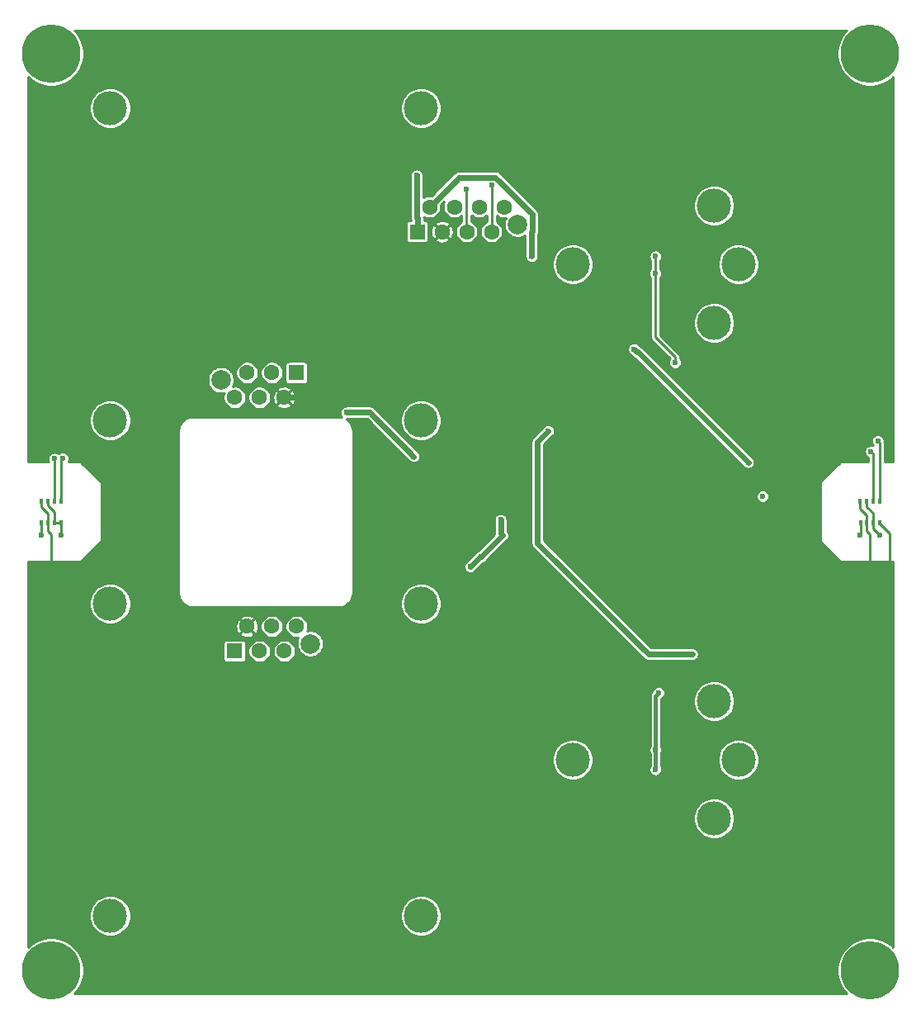
<source format=gbr>
G04 #@! TF.GenerationSoftware,KiCad,Pcbnew,5.1.5+dfsg1-2build2*
G04 #@! TF.CreationDate,2020-07-06T20:33:27+02:00*
G04 #@! TF.ProjectId,Quadsense,51756164-7365-46e7-9365-2e6b69636164,rev?*
G04 #@! TF.SameCoordinates,PX5f5e100PY2faf080*
G04 #@! TF.FileFunction,Copper,L1,Top*
G04 #@! TF.FilePolarity,Positive*
%FSLAX46Y46*%
G04 Gerber Fmt 4.6, Leading zero omitted, Abs format (unit mm)*
G04 Created by KiCad (PCBNEW 5.1.5+dfsg1-2build2) date 2020-07-06 20:33:27*
%MOMM*%
%LPD*%
G04 APERTURE LIST*
%ADD10C,3.500000*%
%ADD11R,1.600000X1.600000*%
%ADD12C,1.600000*%
%ADD13C,2.000000*%
%ADD14C,6.000000*%
%ADD15R,0.350000X0.600000*%
%ADD16C,0.600000*%
%ADD17C,0.600000*%
%ADD18C,0.250000*%
%ADD19C,0.400000*%
G04 APERTURE END LIST*
D10*
X71010408Y-30610408D03*
X73500000Y-24600000D03*
X71010408Y-18589592D03*
X56500000Y-24600000D03*
X71010408Y-81410408D03*
X73500000Y-75400000D03*
X71010408Y-69389592D03*
X56500000Y-75400000D03*
X40950000Y-91400000D03*
X9050000Y-91400000D03*
X9050000Y-59400000D03*
X40950000Y-59400000D03*
D11*
X28175000Y-35730000D03*
D12*
X26905000Y-38270000D03*
X25635000Y-35730000D03*
X24365000Y-38270000D03*
X23095000Y-35730000D03*
X21825000Y-38270000D03*
D13*
X20425000Y-36470000D03*
D11*
X21825000Y-64270000D03*
D12*
X23095000Y-61730000D03*
X24365000Y-64270000D03*
X25635000Y-61730000D03*
X26905000Y-64270000D03*
X28175000Y-61730000D03*
D13*
X29575000Y-63530000D03*
D11*
X40555000Y-21270000D03*
D12*
X41825000Y-18730000D03*
X43095000Y-21270000D03*
X44365000Y-18730000D03*
X45635000Y-21270000D03*
X46905000Y-18730000D03*
X48175000Y-21270000D03*
X49445000Y-18730000D03*
D13*
X50845000Y-20530000D03*
D14*
X3000000Y-3000000D03*
X3000000Y-97000000D03*
X87000000Y-97000000D03*
X87000000Y-3000000D03*
D10*
X9050000Y-8600000D03*
X40950000Y-8600000D03*
X40950000Y-40600000D03*
X9050000Y-40600000D03*
D15*
X86025000Y-51075000D03*
X86675000Y-51075000D03*
X87325000Y-51075000D03*
X87975000Y-51075000D03*
X87975000Y-48925000D03*
X87325000Y-48925000D03*
X86675000Y-48925000D03*
X86000000Y-48925000D03*
X2025000Y-51075000D03*
X2675000Y-51075000D03*
X3325000Y-51075000D03*
X3975000Y-51075000D03*
X3975000Y-48925000D03*
X3325000Y-48925000D03*
X2675000Y-48925000D03*
X2000000Y-48925000D03*
D16*
X52300000Y-23800000D03*
X48800000Y-55300000D03*
X68100000Y-40000000D03*
X68300000Y-60200000D03*
X69000000Y-57000000D03*
X69800000Y-43000000D03*
X75000000Y-28000000D03*
X75000000Y-41000000D03*
X75000000Y-54000000D03*
X75000000Y-59000000D03*
X45000000Y-90000000D03*
X2200000Y-32200000D03*
X45000000Y-3000000D03*
X27100000Y-65900000D03*
X24550000Y-33850000D03*
X39800000Y-45500000D03*
X30504433Y-29645558D03*
X87000000Y-55500000D03*
X3000000Y-55500000D03*
X45950000Y-23350000D03*
X28100000Y-19300000D03*
X42600000Y-45900000D03*
X48358414Y-48762020D03*
X48350000Y-49750000D03*
X48050000Y-31500000D03*
X23400000Y-22800000D03*
X17500000Y-21850000D03*
X20800000Y-20000000D03*
X53000000Y-31000000D03*
X54000000Y-45600000D03*
X68600000Y-50000000D03*
X69500000Y-47300000D03*
X76000000Y-52000000D03*
X62075000Y-74000000D03*
X62000000Y-76500000D03*
X65700000Y-21300000D03*
X68300000Y-23400000D03*
X68400000Y-25600000D03*
X64700000Y-78700000D03*
X71500000Y-73400000D03*
X58600000Y-27100000D03*
X57600000Y-60000000D03*
X64000000Y-59700000D03*
X71600000Y-51400000D03*
X65900000Y-52700000D03*
X57650000Y-40000000D03*
X53700000Y-24000000D03*
X42700000Y-14100000D03*
X64000000Y-40200000D03*
X57900000Y-56500000D03*
X54900000Y-56900000D03*
X85200000Y-55500000D03*
X4800000Y-55500000D03*
X40500000Y-15500000D03*
X88000000Y-52400000D03*
X86000000Y-52400000D03*
X4000000Y-52400000D03*
X2000000Y-52400000D03*
X48200000Y-16500000D03*
X3325000Y-44525000D03*
X87100000Y-43800000D03*
X45600000Y-16900000D03*
X4200000Y-44500000D03*
X87800000Y-42700000D03*
X46000000Y-55600000D03*
X47100000Y-54600000D03*
X49300000Y-52400000D03*
X49104443Y-50804443D03*
X33300000Y-39800000D03*
X40200000Y-44300000D03*
X54000000Y-54300000D03*
X76000000Y-48400000D03*
X54000000Y-41700000D03*
X68760407Y-64589595D03*
X74500000Y-44900000D03*
X62800000Y-33300000D03*
X65325000Y-68525000D03*
X65000000Y-76400000D03*
X65000000Y-74400000D03*
X64975000Y-25525000D03*
X65000000Y-23800000D03*
X67000000Y-34700000D03*
D17*
X44855001Y-15699999D02*
X41825000Y-18730000D01*
X48584001Y-15699999D02*
X44855001Y-15699999D01*
X52345001Y-19460999D02*
X48584001Y-15699999D01*
X52345001Y-21250001D02*
X52345001Y-19460999D01*
X52300000Y-21295002D02*
X52345001Y-21250001D01*
X52300000Y-23800000D02*
X52300000Y-21295002D01*
D18*
X26869998Y-65900000D02*
X27100000Y-65900000D01*
X23095000Y-61730000D02*
X23894999Y-62529999D01*
X23894999Y-62529999D02*
X24290001Y-62529999D01*
X25779999Y-64019997D02*
X25779999Y-64810001D01*
X24290001Y-62529999D02*
X25779999Y-64019997D01*
X25779999Y-64810001D02*
X26869998Y-65900000D01*
X24750000Y-33650000D02*
X24550000Y-33850000D01*
D17*
X30504433Y-33650000D02*
X30504433Y-29645558D01*
X30504433Y-35801937D02*
X30504433Y-33650000D01*
D18*
X30504433Y-33650000D02*
X24750000Y-33650000D01*
D17*
X28036370Y-38270000D02*
X30504433Y-35801937D01*
X26905000Y-38270000D02*
X28036370Y-38270000D01*
D18*
X3000000Y-52300000D02*
X3000000Y-55500000D01*
X2675000Y-51975000D02*
X3000000Y-52300000D01*
X2675000Y-51075000D02*
X2675000Y-51975000D01*
X87000000Y-52300000D02*
X87000000Y-55500000D01*
X86675000Y-51975000D02*
X87000000Y-52300000D01*
X86675000Y-51075000D02*
X86675000Y-51975000D01*
X87975000Y-51075000D02*
X87975000Y-51200000D01*
X2000000Y-48925000D02*
X2000000Y-49475000D01*
X2000000Y-49475000D02*
X2675000Y-50150000D01*
X2675000Y-50150000D02*
X2675000Y-51075000D01*
X86000000Y-48912068D02*
X86000001Y-49700001D01*
X86000001Y-49700001D02*
X86675000Y-50375000D01*
X86675000Y-51062068D02*
X86675000Y-50375000D01*
X87975000Y-51200000D02*
X89000000Y-52225000D01*
X89000000Y-52225000D02*
X89000000Y-55700000D01*
D17*
X40555000Y-21270000D02*
X40555000Y-19870000D01*
X40555000Y-19870000D02*
X40524999Y-19839999D01*
X40524999Y-19839999D02*
X40524999Y-15575001D01*
X40524999Y-15575001D02*
X40500000Y-15550002D01*
X40500000Y-15550002D02*
X40500000Y-15500000D01*
D18*
X87325000Y-51075000D02*
X87325000Y-51725000D01*
X87325000Y-51725000D02*
X88000000Y-52400000D01*
X86025000Y-51075000D02*
X86025000Y-52375000D01*
X86025000Y-52375000D02*
X86000000Y-52400000D01*
X3325000Y-51075000D02*
X3325000Y-49985002D01*
X3325000Y-49985002D02*
X2675000Y-49335002D01*
X2675000Y-49335002D02*
X2675000Y-48925000D01*
X3325000Y-51075000D02*
X3975000Y-51075000D01*
X2000000Y-52400000D02*
X2000000Y-51100000D01*
X2000000Y-51100000D02*
X2025000Y-51075000D01*
X3975000Y-51075000D02*
X3975000Y-52325000D01*
X3975000Y-52325000D02*
X4000000Y-52350000D01*
X86675000Y-48912068D02*
X86675000Y-49462068D01*
X86675000Y-49462068D02*
X87325000Y-50112068D01*
X87325000Y-50112068D02*
X87325000Y-51062068D01*
X48200000Y-16500000D02*
X48200000Y-21245000D01*
X48200000Y-21245000D02*
X48175000Y-21270000D01*
X87325000Y-48925000D02*
X87325000Y-44025000D01*
X3325000Y-48925000D02*
X3325000Y-44525000D01*
X87325000Y-44025000D02*
X87100000Y-43800000D01*
X45600000Y-16900000D02*
X45600000Y-21235000D01*
X45600000Y-21235000D02*
X45635000Y-21270000D01*
X3975000Y-44625000D02*
X4100000Y-44500000D01*
X4100000Y-44500000D02*
X4200000Y-44500000D01*
X3975000Y-48925000D02*
X3975000Y-44625000D01*
X87975000Y-48925000D02*
X87975000Y-42875000D01*
X87975000Y-42875000D02*
X87800000Y-42700000D01*
D17*
X49104443Y-52204443D02*
X49300000Y-52400000D01*
X49104443Y-50804443D02*
X49104443Y-52204443D01*
X49300000Y-52400000D02*
X47100000Y-54600000D01*
X47000000Y-54600000D02*
X46000000Y-55600000D01*
X47100000Y-54600000D02*
X47000000Y-54600000D01*
X35700000Y-39800000D02*
X33300000Y-39800000D01*
X40200000Y-44300000D02*
X35700000Y-39800000D01*
X54000000Y-54300000D02*
X52900000Y-53200000D01*
X52900000Y-53200000D02*
X52900000Y-42800000D01*
X52900000Y-42800000D02*
X54000000Y-41700000D01*
X64289595Y-64589595D02*
X68760407Y-64589595D01*
X54000000Y-54300000D02*
X64289595Y-64589595D01*
X63200000Y-33600000D02*
X63100000Y-33600000D01*
X74500000Y-44900000D02*
X63200000Y-33600000D01*
X62800000Y-33300000D02*
X63100000Y-33600000D01*
D19*
X65000000Y-76400000D02*
X65000000Y-74400000D01*
X65000000Y-68850000D02*
X65325000Y-68525000D01*
X65000000Y-74400000D02*
X65000000Y-68850000D01*
D18*
X65000000Y-25500000D02*
X64975000Y-25525000D01*
X65000000Y-23800000D02*
X65000000Y-25500000D01*
X64975000Y-32075000D02*
X64975000Y-30575000D01*
X64975000Y-30575000D02*
X64975000Y-30775000D01*
X64975000Y-25525000D02*
X64975000Y-30575000D01*
X64975000Y-32075000D02*
X67000000Y-34100000D01*
X67000000Y-34100000D02*
X67000000Y-34700000D01*
G36*
X84378466Y-848563D02*
G01*
X84009114Y-1401338D01*
X83754700Y-2015549D01*
X83625000Y-2667592D01*
X83625000Y-3332408D01*
X83754700Y-3984451D01*
X84009114Y-4598662D01*
X84378466Y-5151437D01*
X84848563Y-5621534D01*
X85401338Y-5990886D01*
X86015549Y-6245300D01*
X86667592Y-6375000D01*
X87332408Y-6375000D01*
X87984451Y-6245300D01*
X88598662Y-5990886D01*
X89151437Y-5621534D01*
X89375000Y-5397971D01*
X89375000Y-44875000D01*
X88475000Y-44875000D01*
X88475000Y-42899549D01*
X88477418Y-42874999D01*
X88475000Y-42850449D01*
X88475000Y-42850440D01*
X88469469Y-42794287D01*
X88475000Y-42766482D01*
X88475000Y-42633518D01*
X88449060Y-42503110D01*
X88398177Y-42380268D01*
X88324307Y-42269713D01*
X88230287Y-42175693D01*
X88119732Y-42101823D01*
X87996890Y-42050940D01*
X87866482Y-42025000D01*
X87733518Y-42025000D01*
X87603110Y-42050940D01*
X87480268Y-42101823D01*
X87369713Y-42175693D01*
X87275693Y-42269713D01*
X87201823Y-42380268D01*
X87150940Y-42503110D01*
X87125000Y-42633518D01*
X87125000Y-42766482D01*
X87150940Y-42896890D01*
X87201823Y-43019732D01*
X87275693Y-43130287D01*
X87296211Y-43150805D01*
X87166482Y-43125000D01*
X87033518Y-43125000D01*
X86903110Y-43150940D01*
X86780268Y-43201823D01*
X86669713Y-43275693D01*
X86575693Y-43369713D01*
X86501823Y-43480268D01*
X86450940Y-43603110D01*
X86425000Y-43733518D01*
X86425000Y-43866482D01*
X86450940Y-43996890D01*
X86501823Y-44119732D01*
X86575693Y-44230287D01*
X86669713Y-44324307D01*
X86780268Y-44398177D01*
X86825001Y-44416706D01*
X86825001Y-44875000D01*
X84000000Y-44875000D01*
X83975614Y-44877402D01*
X83952165Y-44884515D01*
X83930554Y-44896066D01*
X83911612Y-44911612D01*
X81911612Y-46911612D01*
X81896066Y-46930554D01*
X81884515Y-46952165D01*
X81877402Y-46975614D01*
X81875000Y-47000000D01*
X81875000Y-53000000D01*
X81877402Y-53024386D01*
X81884515Y-53047835D01*
X81896066Y-53069446D01*
X81911612Y-53088388D01*
X83911612Y-55088388D01*
X83930554Y-55103934D01*
X83952165Y-55115485D01*
X83975614Y-55122598D01*
X84000000Y-55125000D01*
X89375000Y-55125000D01*
X89375000Y-94602029D01*
X89151437Y-94378466D01*
X88598662Y-94009114D01*
X87984451Y-93754700D01*
X87332408Y-93625000D01*
X86667592Y-93625000D01*
X86015549Y-93754700D01*
X85401338Y-94009114D01*
X84848563Y-94378466D01*
X84378466Y-94848563D01*
X84009114Y-95401338D01*
X83754700Y-96015549D01*
X83625000Y-96667592D01*
X83625000Y-97332408D01*
X83754700Y-97984451D01*
X84009114Y-98598662D01*
X84378466Y-99151437D01*
X84602029Y-99375000D01*
X5397971Y-99375000D01*
X5621534Y-99151437D01*
X5990886Y-98598662D01*
X6245300Y-97984451D01*
X6375000Y-97332408D01*
X6375000Y-96667592D01*
X6245300Y-96015549D01*
X5990886Y-95401338D01*
X5621534Y-94848563D01*
X5151437Y-94378466D01*
X4598662Y-94009114D01*
X3984451Y-93754700D01*
X3332408Y-93625000D01*
X2667592Y-93625000D01*
X2015549Y-93754700D01*
X1401338Y-94009114D01*
X848563Y-94378466D01*
X625000Y-94602029D01*
X625000Y-91190706D01*
X6925000Y-91190706D01*
X6925000Y-91609294D01*
X7006663Y-92019840D01*
X7166849Y-92406565D01*
X7399405Y-92754609D01*
X7695391Y-93050595D01*
X8043435Y-93283151D01*
X8430160Y-93443337D01*
X8840706Y-93525000D01*
X9259294Y-93525000D01*
X9669840Y-93443337D01*
X10056565Y-93283151D01*
X10404609Y-93050595D01*
X10700595Y-92754609D01*
X10933151Y-92406565D01*
X11093337Y-92019840D01*
X11175000Y-91609294D01*
X11175000Y-91190706D01*
X38825000Y-91190706D01*
X38825000Y-91609294D01*
X38906663Y-92019840D01*
X39066849Y-92406565D01*
X39299405Y-92754609D01*
X39595391Y-93050595D01*
X39943435Y-93283151D01*
X40330160Y-93443337D01*
X40740706Y-93525000D01*
X41159294Y-93525000D01*
X41569840Y-93443337D01*
X41956565Y-93283151D01*
X42304609Y-93050595D01*
X42600595Y-92754609D01*
X42833151Y-92406565D01*
X42993337Y-92019840D01*
X43075000Y-91609294D01*
X43075000Y-91190706D01*
X42993337Y-90780160D01*
X42833151Y-90393435D01*
X42600595Y-90045391D01*
X42304609Y-89749405D01*
X41956565Y-89516849D01*
X41569840Y-89356663D01*
X41159294Y-89275000D01*
X40740706Y-89275000D01*
X40330160Y-89356663D01*
X39943435Y-89516849D01*
X39595391Y-89749405D01*
X39299405Y-90045391D01*
X39066849Y-90393435D01*
X38906663Y-90780160D01*
X38825000Y-91190706D01*
X11175000Y-91190706D01*
X11093337Y-90780160D01*
X10933151Y-90393435D01*
X10700595Y-90045391D01*
X10404609Y-89749405D01*
X10056565Y-89516849D01*
X9669840Y-89356663D01*
X9259294Y-89275000D01*
X8840706Y-89275000D01*
X8430160Y-89356663D01*
X8043435Y-89516849D01*
X7695391Y-89749405D01*
X7399405Y-90045391D01*
X7166849Y-90393435D01*
X7006663Y-90780160D01*
X6925000Y-91190706D01*
X625000Y-91190706D01*
X625000Y-81201114D01*
X68885408Y-81201114D01*
X68885408Y-81619702D01*
X68967071Y-82030248D01*
X69127257Y-82416973D01*
X69359813Y-82765017D01*
X69655799Y-83061003D01*
X70003843Y-83293559D01*
X70390568Y-83453745D01*
X70801114Y-83535408D01*
X71219702Y-83535408D01*
X71630248Y-83453745D01*
X72016973Y-83293559D01*
X72365017Y-83061003D01*
X72661003Y-82765017D01*
X72893559Y-82416973D01*
X73053745Y-82030248D01*
X73135408Y-81619702D01*
X73135408Y-81201114D01*
X73053745Y-80790568D01*
X72893559Y-80403843D01*
X72661003Y-80055799D01*
X72365017Y-79759813D01*
X72016973Y-79527257D01*
X71630248Y-79367071D01*
X71219702Y-79285408D01*
X70801114Y-79285408D01*
X70390568Y-79367071D01*
X70003843Y-79527257D01*
X69655799Y-79759813D01*
X69359813Y-80055799D01*
X69127257Y-80403843D01*
X68967071Y-80790568D01*
X68885408Y-81201114D01*
X625000Y-81201114D01*
X625000Y-75190706D01*
X54375000Y-75190706D01*
X54375000Y-75609294D01*
X54456663Y-76019840D01*
X54616849Y-76406565D01*
X54849405Y-76754609D01*
X55145391Y-77050595D01*
X55493435Y-77283151D01*
X55880160Y-77443337D01*
X56290706Y-77525000D01*
X56709294Y-77525000D01*
X57119840Y-77443337D01*
X57506565Y-77283151D01*
X57854609Y-77050595D01*
X58150595Y-76754609D01*
X58383151Y-76406565D01*
X58543337Y-76019840D01*
X58625000Y-75609294D01*
X58625000Y-75190706D01*
X58543337Y-74780160D01*
X58383151Y-74393435D01*
X58343116Y-74333518D01*
X64325000Y-74333518D01*
X64325000Y-74466482D01*
X64350940Y-74596890D01*
X64401823Y-74719732D01*
X64425001Y-74754420D01*
X64425000Y-76045581D01*
X64401823Y-76080268D01*
X64350940Y-76203110D01*
X64325000Y-76333518D01*
X64325000Y-76466482D01*
X64350940Y-76596890D01*
X64401823Y-76719732D01*
X64475693Y-76830287D01*
X64569713Y-76924307D01*
X64680268Y-76998177D01*
X64803110Y-77049060D01*
X64933518Y-77075000D01*
X65066482Y-77075000D01*
X65196890Y-77049060D01*
X65319732Y-76998177D01*
X65430287Y-76924307D01*
X65524307Y-76830287D01*
X65598177Y-76719732D01*
X65649060Y-76596890D01*
X65675000Y-76466482D01*
X65675000Y-76333518D01*
X65649060Y-76203110D01*
X65598177Y-76080268D01*
X65575000Y-76045581D01*
X65575000Y-75190706D01*
X71375000Y-75190706D01*
X71375000Y-75609294D01*
X71456663Y-76019840D01*
X71616849Y-76406565D01*
X71849405Y-76754609D01*
X72145391Y-77050595D01*
X72493435Y-77283151D01*
X72880160Y-77443337D01*
X73290706Y-77525000D01*
X73709294Y-77525000D01*
X74119840Y-77443337D01*
X74506565Y-77283151D01*
X74854609Y-77050595D01*
X75150595Y-76754609D01*
X75383151Y-76406565D01*
X75543337Y-76019840D01*
X75625000Y-75609294D01*
X75625000Y-75190706D01*
X75543337Y-74780160D01*
X75383151Y-74393435D01*
X75150595Y-74045391D01*
X74854609Y-73749405D01*
X74506565Y-73516849D01*
X74119840Y-73356663D01*
X73709294Y-73275000D01*
X73290706Y-73275000D01*
X72880160Y-73356663D01*
X72493435Y-73516849D01*
X72145391Y-73749405D01*
X71849405Y-74045391D01*
X71616849Y-74393435D01*
X71456663Y-74780160D01*
X71375000Y-75190706D01*
X65575000Y-75190706D01*
X65575000Y-74754419D01*
X65598177Y-74719732D01*
X65649060Y-74596890D01*
X65675000Y-74466482D01*
X65675000Y-74333518D01*
X65649060Y-74203110D01*
X65598177Y-74080268D01*
X65575000Y-74045581D01*
X65575000Y-69180298D01*
X68885408Y-69180298D01*
X68885408Y-69598886D01*
X68967071Y-70009432D01*
X69127257Y-70396157D01*
X69359813Y-70744201D01*
X69655799Y-71040187D01*
X70003843Y-71272743D01*
X70390568Y-71432929D01*
X70801114Y-71514592D01*
X71219702Y-71514592D01*
X71630248Y-71432929D01*
X72016973Y-71272743D01*
X72365017Y-71040187D01*
X72661003Y-70744201D01*
X72893559Y-70396157D01*
X73053745Y-70009432D01*
X73135408Y-69598886D01*
X73135408Y-69180298D01*
X73053745Y-68769752D01*
X72893559Y-68383027D01*
X72661003Y-68034983D01*
X72365017Y-67738997D01*
X72016973Y-67506441D01*
X71630248Y-67346255D01*
X71219702Y-67264592D01*
X70801114Y-67264592D01*
X70390568Y-67346255D01*
X70003843Y-67506441D01*
X69655799Y-67738997D01*
X69359813Y-68034983D01*
X69127257Y-68383027D01*
X68967071Y-68769752D01*
X68885408Y-69180298D01*
X65575000Y-69180298D01*
X65575000Y-69152061D01*
X65644732Y-69123177D01*
X65755287Y-69049307D01*
X65849307Y-68955287D01*
X65923177Y-68844732D01*
X65974060Y-68721890D01*
X66000000Y-68591482D01*
X66000000Y-68458518D01*
X65974060Y-68328110D01*
X65923177Y-68205268D01*
X65849307Y-68094713D01*
X65755287Y-68000693D01*
X65644732Y-67926823D01*
X65521890Y-67875940D01*
X65391482Y-67850000D01*
X65258518Y-67850000D01*
X65128110Y-67875940D01*
X65005268Y-67926823D01*
X64894713Y-68000693D01*
X64800693Y-68094713D01*
X64726823Y-68205268D01*
X64675940Y-68328110D01*
X64667801Y-68369027D01*
X64613389Y-68423439D01*
X64591447Y-68441446D01*
X64573441Y-68463387D01*
X64519592Y-68529002D01*
X64466199Y-68628893D01*
X64443294Y-68704402D01*
X64437990Y-68721890D01*
X64433321Y-68737281D01*
X64422218Y-68850000D01*
X64425001Y-68878253D01*
X64425000Y-74045581D01*
X64401823Y-74080268D01*
X64350940Y-74203110D01*
X64325000Y-74333518D01*
X58343116Y-74333518D01*
X58150595Y-74045391D01*
X57854609Y-73749405D01*
X57506565Y-73516849D01*
X57119840Y-73356663D01*
X56709294Y-73275000D01*
X56290706Y-73275000D01*
X55880160Y-73356663D01*
X55493435Y-73516849D01*
X55145391Y-73749405D01*
X54849405Y-74045391D01*
X54616849Y-74393435D01*
X54456663Y-74780160D01*
X54375000Y-75190706D01*
X625000Y-75190706D01*
X625000Y-63470000D01*
X20648186Y-63470000D01*
X20648186Y-65070000D01*
X20655426Y-65143513D01*
X20676869Y-65214200D01*
X20711691Y-65279347D01*
X20758552Y-65336448D01*
X20815653Y-65383309D01*
X20880800Y-65418131D01*
X20951487Y-65439574D01*
X21025000Y-65446814D01*
X22625000Y-65446814D01*
X22698513Y-65439574D01*
X22769200Y-65418131D01*
X22834347Y-65383309D01*
X22891448Y-65336448D01*
X22938309Y-65279347D01*
X22973131Y-65214200D01*
X22994574Y-65143513D01*
X23001814Y-65070000D01*
X23001814Y-64154273D01*
X23190000Y-64154273D01*
X23190000Y-64385727D01*
X23235155Y-64612735D01*
X23323729Y-64826571D01*
X23452318Y-65019019D01*
X23615981Y-65182682D01*
X23808429Y-65311271D01*
X24022265Y-65399845D01*
X24249273Y-65445000D01*
X24480727Y-65445000D01*
X24707735Y-65399845D01*
X24921571Y-65311271D01*
X25114019Y-65182682D01*
X25277682Y-65019019D01*
X25406271Y-64826571D01*
X25494845Y-64612735D01*
X25540000Y-64385727D01*
X25540000Y-64154273D01*
X25730000Y-64154273D01*
X25730000Y-64385727D01*
X25775155Y-64612735D01*
X25863729Y-64826571D01*
X25992318Y-65019019D01*
X26155981Y-65182682D01*
X26348429Y-65311271D01*
X26562265Y-65399845D01*
X26789273Y-65445000D01*
X27020727Y-65445000D01*
X27247735Y-65399845D01*
X27461571Y-65311271D01*
X27654019Y-65182682D01*
X27817682Y-65019019D01*
X27946271Y-64826571D01*
X28034845Y-64612735D01*
X28080000Y-64385727D01*
X28080000Y-64154273D01*
X28034845Y-63927265D01*
X27946271Y-63713429D01*
X27817682Y-63520981D01*
X27654019Y-63357318D01*
X27461571Y-63228729D01*
X27247735Y-63140155D01*
X27020727Y-63095000D01*
X26789273Y-63095000D01*
X26562265Y-63140155D01*
X26348429Y-63228729D01*
X26155981Y-63357318D01*
X25992318Y-63520981D01*
X25863729Y-63713429D01*
X25775155Y-63927265D01*
X25730000Y-64154273D01*
X25540000Y-64154273D01*
X25494845Y-63927265D01*
X25406271Y-63713429D01*
X25277682Y-63520981D01*
X25114019Y-63357318D01*
X24921571Y-63228729D01*
X24707735Y-63140155D01*
X24480727Y-63095000D01*
X24249273Y-63095000D01*
X24022265Y-63140155D01*
X23808429Y-63228729D01*
X23615981Y-63357318D01*
X23452318Y-63520981D01*
X23323729Y-63713429D01*
X23235155Y-63927265D01*
X23190000Y-64154273D01*
X23001814Y-64154273D01*
X23001814Y-63470000D01*
X22994574Y-63396487D01*
X22973131Y-63325800D01*
X22938309Y-63260653D01*
X22891448Y-63203552D01*
X22834347Y-63156691D01*
X22769200Y-63121869D01*
X22698513Y-63100426D01*
X22625000Y-63093186D01*
X21025000Y-63093186D01*
X20951487Y-63100426D01*
X20880800Y-63121869D01*
X20815653Y-63156691D01*
X20758552Y-63203552D01*
X20711691Y-63260653D01*
X20676869Y-63325800D01*
X20655426Y-63396487D01*
X20648186Y-63470000D01*
X625000Y-63470000D01*
X625000Y-62498933D01*
X22326774Y-62498933D01*
X22401415Y-62685489D01*
X22601149Y-62802441D01*
X22819861Y-62878180D01*
X23049146Y-62909796D01*
X23280194Y-62896071D01*
X23504125Y-62837536D01*
X23712333Y-62736439D01*
X23788585Y-62685489D01*
X23863226Y-62498933D01*
X23095000Y-61730707D01*
X22326774Y-62498933D01*
X625000Y-62498933D01*
X625000Y-61684146D01*
X21915204Y-61684146D01*
X21928929Y-61915194D01*
X21987464Y-62139125D01*
X22088561Y-62347333D01*
X22139511Y-62423585D01*
X22326067Y-62498226D01*
X23094293Y-61730000D01*
X23095707Y-61730000D01*
X23863933Y-62498226D01*
X24050489Y-62423585D01*
X24167441Y-62223851D01*
X24243180Y-62005139D01*
X24274796Y-61775854D01*
X24265198Y-61614273D01*
X24460000Y-61614273D01*
X24460000Y-61845727D01*
X24505155Y-62072735D01*
X24593729Y-62286571D01*
X24722318Y-62479019D01*
X24885981Y-62642682D01*
X25078429Y-62771271D01*
X25292265Y-62859845D01*
X25519273Y-62905000D01*
X25750727Y-62905000D01*
X25977735Y-62859845D01*
X26191571Y-62771271D01*
X26384019Y-62642682D01*
X26547682Y-62479019D01*
X26676271Y-62286571D01*
X26764845Y-62072735D01*
X26810000Y-61845727D01*
X26810000Y-61614273D01*
X27000000Y-61614273D01*
X27000000Y-61845727D01*
X27045155Y-62072735D01*
X27133729Y-62286571D01*
X27262318Y-62479019D01*
X27425981Y-62642682D01*
X27618429Y-62771271D01*
X27832265Y-62859845D01*
X28059273Y-62905000D01*
X28290727Y-62905000D01*
X28350521Y-62893106D01*
X28252841Y-63128927D01*
X28200000Y-63394574D01*
X28200000Y-63665426D01*
X28252841Y-63931073D01*
X28356491Y-64181307D01*
X28506968Y-64406511D01*
X28698489Y-64598032D01*
X28923693Y-64748509D01*
X29173927Y-64852159D01*
X29439574Y-64905000D01*
X29710426Y-64905000D01*
X29976073Y-64852159D01*
X30226307Y-64748509D01*
X30451511Y-64598032D01*
X30643032Y-64406511D01*
X30793509Y-64181307D01*
X30897159Y-63931073D01*
X30950000Y-63665426D01*
X30950000Y-63394574D01*
X30897159Y-63128927D01*
X30793509Y-62878693D01*
X30643032Y-62653489D01*
X30451511Y-62461968D01*
X30226307Y-62311491D01*
X29976073Y-62207841D01*
X29710426Y-62155000D01*
X29439574Y-62155000D01*
X29255612Y-62191593D01*
X29304845Y-62072735D01*
X29350000Y-61845727D01*
X29350000Y-61614273D01*
X29304845Y-61387265D01*
X29216271Y-61173429D01*
X29087682Y-60980981D01*
X28924019Y-60817318D01*
X28731571Y-60688729D01*
X28517735Y-60600155D01*
X28290727Y-60555000D01*
X28059273Y-60555000D01*
X27832265Y-60600155D01*
X27618429Y-60688729D01*
X27425981Y-60817318D01*
X27262318Y-60980981D01*
X27133729Y-61173429D01*
X27045155Y-61387265D01*
X27000000Y-61614273D01*
X26810000Y-61614273D01*
X26764845Y-61387265D01*
X26676271Y-61173429D01*
X26547682Y-60980981D01*
X26384019Y-60817318D01*
X26191571Y-60688729D01*
X25977735Y-60600155D01*
X25750727Y-60555000D01*
X25519273Y-60555000D01*
X25292265Y-60600155D01*
X25078429Y-60688729D01*
X24885981Y-60817318D01*
X24722318Y-60980981D01*
X24593729Y-61173429D01*
X24505155Y-61387265D01*
X24460000Y-61614273D01*
X24265198Y-61614273D01*
X24261071Y-61544806D01*
X24202536Y-61320875D01*
X24101439Y-61112667D01*
X24050489Y-61036415D01*
X23863933Y-60961774D01*
X23095707Y-61730000D01*
X23094293Y-61730000D01*
X22326067Y-60961774D01*
X22139511Y-61036415D01*
X22022559Y-61236149D01*
X21946820Y-61454861D01*
X21915204Y-61684146D01*
X625000Y-61684146D01*
X625000Y-59190706D01*
X6925000Y-59190706D01*
X6925000Y-59609294D01*
X7006663Y-60019840D01*
X7166849Y-60406565D01*
X7399405Y-60754609D01*
X7695391Y-61050595D01*
X8043435Y-61283151D01*
X8430160Y-61443337D01*
X8840706Y-61525000D01*
X9259294Y-61525000D01*
X9669840Y-61443337D01*
X10056565Y-61283151D01*
X10404609Y-61050595D01*
X10494137Y-60961067D01*
X22326774Y-60961067D01*
X23095000Y-61729293D01*
X23863226Y-60961067D01*
X23788585Y-60774511D01*
X23588851Y-60657559D01*
X23370139Y-60581820D01*
X23140854Y-60550204D01*
X22909806Y-60563929D01*
X22685875Y-60622464D01*
X22477667Y-60723561D01*
X22401415Y-60774511D01*
X22326774Y-60961067D01*
X10494137Y-60961067D01*
X10700595Y-60754609D01*
X10933151Y-60406565D01*
X11093337Y-60019840D01*
X11175000Y-59609294D01*
X11175000Y-59190706D01*
X11093337Y-58780160D01*
X10933151Y-58393435D01*
X10885490Y-58322104D01*
X16050000Y-58322104D01*
X16051919Y-58341590D01*
X16051876Y-58347767D01*
X16052489Y-58354020D01*
X16072890Y-58548117D01*
X16081097Y-58588096D01*
X16088734Y-58628131D01*
X16090550Y-58634146D01*
X16148262Y-58820584D01*
X16164065Y-58858179D01*
X16179345Y-58895998D01*
X16182295Y-58901546D01*
X16275120Y-59073223D01*
X16297944Y-59107062D01*
X16320261Y-59141165D01*
X16324224Y-59146025D01*
X16324230Y-59146033D01*
X16324237Y-59146040D01*
X16448635Y-59296412D01*
X16477582Y-59325157D01*
X16506112Y-59354291D01*
X16510953Y-59358296D01*
X16662195Y-59481646D01*
X16696174Y-59504222D01*
X16729819Y-59527259D01*
X16735346Y-59530248D01*
X16907669Y-59621873D01*
X16945383Y-59637418D01*
X16982864Y-59653482D01*
X16988866Y-59655340D01*
X17175702Y-59711749D01*
X17215747Y-59719678D01*
X17255605Y-59728150D01*
X17261853Y-59728807D01*
X17455657Y-59747810D01*
X17477895Y-59750000D01*
X32522105Y-59750000D01*
X32541591Y-59748081D01*
X32547767Y-59748124D01*
X32554020Y-59747511D01*
X32748117Y-59727110D01*
X32788096Y-59718903D01*
X32828131Y-59711266D01*
X32834144Y-59709451D01*
X32834150Y-59709449D01*
X33020584Y-59651738D01*
X33058179Y-59635935D01*
X33095998Y-59620655D01*
X33101546Y-59617705D01*
X33273223Y-59524880D01*
X33307062Y-59502056D01*
X33341165Y-59479739D01*
X33346025Y-59475776D01*
X33346033Y-59475770D01*
X33346040Y-59475763D01*
X33496412Y-59351365D01*
X33525157Y-59322418D01*
X33554291Y-59293888D01*
X33558296Y-59289047D01*
X33638500Y-59190706D01*
X38825000Y-59190706D01*
X38825000Y-59609294D01*
X38906663Y-60019840D01*
X39066849Y-60406565D01*
X39299405Y-60754609D01*
X39595391Y-61050595D01*
X39943435Y-61283151D01*
X40330160Y-61443337D01*
X40740706Y-61525000D01*
X41159294Y-61525000D01*
X41569840Y-61443337D01*
X41956565Y-61283151D01*
X42304609Y-61050595D01*
X42600595Y-60754609D01*
X42833151Y-60406565D01*
X42993337Y-60019840D01*
X43075000Y-59609294D01*
X43075000Y-59190706D01*
X42993337Y-58780160D01*
X42833151Y-58393435D01*
X42600595Y-58045391D01*
X42304609Y-57749405D01*
X41956565Y-57516849D01*
X41569840Y-57356663D01*
X41159294Y-57275000D01*
X40740706Y-57275000D01*
X40330160Y-57356663D01*
X39943435Y-57516849D01*
X39595391Y-57749405D01*
X39299405Y-58045391D01*
X39066849Y-58393435D01*
X38906663Y-58780160D01*
X38825000Y-59190706D01*
X33638500Y-59190706D01*
X33681646Y-59137805D01*
X33704222Y-59103826D01*
X33727259Y-59070181D01*
X33730248Y-59064654D01*
X33821873Y-58892331D01*
X33837418Y-58854617D01*
X33853482Y-58817136D01*
X33855340Y-58811134D01*
X33911749Y-58624298D01*
X33919678Y-58584253D01*
X33928150Y-58544395D01*
X33928807Y-58538147D01*
X33947852Y-58343913D01*
X33950000Y-58322105D01*
X33950000Y-55600000D01*
X45321735Y-55600000D01*
X45325000Y-55633152D01*
X45325000Y-55666482D01*
X45331502Y-55699168D01*
X45334767Y-55732323D01*
X45344438Y-55764205D01*
X45350940Y-55796890D01*
X45363694Y-55827681D01*
X45373365Y-55859561D01*
X45389069Y-55888942D01*
X45401823Y-55919732D01*
X45420338Y-55947442D01*
X45436043Y-55976824D01*
X45457178Y-56002577D01*
X45475693Y-56030287D01*
X45499259Y-56053853D01*
X45520394Y-56079606D01*
X45546147Y-56100741D01*
X45569713Y-56124307D01*
X45597423Y-56142822D01*
X45623176Y-56163957D01*
X45652558Y-56179662D01*
X45680268Y-56198177D01*
X45711058Y-56210931D01*
X45740439Y-56226635D01*
X45772319Y-56236306D01*
X45803110Y-56249060D01*
X45835795Y-56255562D01*
X45867677Y-56265233D01*
X45900832Y-56268498D01*
X45933518Y-56275000D01*
X45966848Y-56275000D01*
X46000000Y-56278265D01*
X46033152Y-56275000D01*
X46066482Y-56275000D01*
X46099168Y-56268498D01*
X46132323Y-56265233D01*
X46164205Y-56255562D01*
X46196890Y-56249060D01*
X46227681Y-56236306D01*
X46259561Y-56226635D01*
X46288942Y-56210931D01*
X46319732Y-56198177D01*
X46347442Y-56179662D01*
X46376824Y-56163957D01*
X46402578Y-56142821D01*
X46430287Y-56124307D01*
X47311646Y-55242948D01*
X47327674Y-55236309D01*
X47359561Y-55226636D01*
X47388950Y-55210927D01*
X47419732Y-55198177D01*
X47447434Y-55179667D01*
X47476824Y-55163958D01*
X47502582Y-55142819D01*
X47530287Y-55124307D01*
X47553852Y-55100742D01*
X47579606Y-55079606D01*
X47600744Y-55053850D01*
X47624307Y-55030287D01*
X49753859Y-52900736D01*
X49779606Y-52879606D01*
X49800736Y-52853859D01*
X49800744Y-52853851D01*
X49800749Y-52853845D01*
X49824307Y-52830287D01*
X49842818Y-52802583D01*
X49863957Y-52776825D01*
X49879666Y-52747436D01*
X49898177Y-52719732D01*
X49910926Y-52688952D01*
X49926636Y-52659562D01*
X49936310Y-52627672D01*
X49949060Y-52596890D01*
X49955560Y-52564210D01*
X49965233Y-52532324D01*
X49968498Y-52499167D01*
X49975000Y-52466482D01*
X49975000Y-52433152D01*
X49978265Y-52400000D01*
X49975000Y-52366848D01*
X49975000Y-52333518D01*
X49968499Y-52300833D01*
X49965233Y-52267676D01*
X49955561Y-52235793D01*
X49949060Y-52203110D01*
X49936309Y-52172326D01*
X49926636Y-52140439D01*
X49910928Y-52111052D01*
X49898177Y-52080268D01*
X49879663Y-52052560D01*
X49863957Y-52023176D01*
X49842822Y-51997423D01*
X49824307Y-51969713D01*
X49800741Y-51946147D01*
X49779606Y-51920394D01*
X49779443Y-51920260D01*
X49779443Y-50737961D01*
X49772942Y-50705278D01*
X49769676Y-50672120D01*
X49760004Y-50640236D01*
X49753503Y-50607553D01*
X49740752Y-50576769D01*
X49731079Y-50544882D01*
X49715370Y-50515493D01*
X49702620Y-50484711D01*
X49684110Y-50457009D01*
X49668401Y-50427619D01*
X49647263Y-50401863D01*
X49628750Y-50374156D01*
X49605181Y-50350587D01*
X49584048Y-50324837D01*
X49558300Y-50303706D01*
X49534730Y-50280136D01*
X49507019Y-50261620D01*
X49481266Y-50240485D01*
X49451881Y-50224779D01*
X49424175Y-50206266D01*
X49393388Y-50193514D01*
X49364003Y-50177807D01*
X49332120Y-50168135D01*
X49301333Y-50155383D01*
X49268647Y-50148881D01*
X49236765Y-50139210D01*
X49203609Y-50135944D01*
X49170925Y-50129443D01*
X49137602Y-50129443D01*
X49104443Y-50126177D01*
X49071284Y-50129443D01*
X49037961Y-50129443D01*
X49005278Y-50135944D01*
X48972120Y-50139210D01*
X48940236Y-50148882D01*
X48907553Y-50155383D01*
X48876769Y-50168134D01*
X48844882Y-50177807D01*
X48815493Y-50193516D01*
X48784711Y-50206266D01*
X48757009Y-50224776D01*
X48727619Y-50240485D01*
X48701863Y-50261623D01*
X48674156Y-50280136D01*
X48650587Y-50303705D01*
X48624837Y-50324838D01*
X48603706Y-50350586D01*
X48580136Y-50374156D01*
X48561620Y-50401867D01*
X48540485Y-50427620D01*
X48524779Y-50457005D01*
X48506266Y-50484711D01*
X48493514Y-50515498D01*
X48477807Y-50544883D01*
X48468135Y-50576766D01*
X48455383Y-50607553D01*
X48448881Y-50640239D01*
X48439210Y-50672121D01*
X48435944Y-50705277D01*
X48429443Y-50737961D01*
X48429443Y-50771285D01*
X48429444Y-52171281D01*
X48426178Y-52204443D01*
X48436469Y-52308936D01*
X46785803Y-53959603D01*
X46740439Y-53973364D01*
X46623176Y-54036042D01*
X46520394Y-54120394D01*
X46499258Y-54146148D01*
X45475693Y-55169713D01*
X45457179Y-55197422D01*
X45436043Y-55223176D01*
X45420338Y-55252558D01*
X45401823Y-55280268D01*
X45389069Y-55311058D01*
X45373365Y-55340439D01*
X45363694Y-55372319D01*
X45350940Y-55403110D01*
X45344438Y-55435795D01*
X45334767Y-55467677D01*
X45331502Y-55500832D01*
X45325000Y-55533518D01*
X45325000Y-55566848D01*
X45321735Y-55600000D01*
X33950000Y-55600000D01*
X33950000Y-41677895D01*
X33948081Y-41658409D01*
X33948124Y-41652233D01*
X33947511Y-41645980D01*
X33927110Y-41451883D01*
X33918903Y-41411904D01*
X33911266Y-41371869D01*
X33909450Y-41365854D01*
X33851738Y-41179416D01*
X33835940Y-41141835D01*
X33820655Y-41104001D01*
X33817705Y-41098454D01*
X33724880Y-40926777D01*
X33702052Y-40892932D01*
X33679739Y-40858834D01*
X33675768Y-40853965D01*
X33551364Y-40703588D01*
X33522421Y-40674846D01*
X33493888Y-40645709D01*
X33489047Y-40641704D01*
X33337805Y-40518354D01*
X33303826Y-40495778D01*
X33273480Y-40475000D01*
X35420406Y-40475000D01*
X39746149Y-44800744D01*
X39746155Y-44800749D01*
X39769713Y-44824307D01*
X39797417Y-44842818D01*
X39823175Y-44863957D01*
X39852562Y-44879665D01*
X39880268Y-44898177D01*
X39911054Y-44910929D01*
X39940438Y-44926635D01*
X39972322Y-44936307D01*
X40003110Y-44949060D01*
X40035792Y-44955561D01*
X40067676Y-44965233D01*
X40100833Y-44968499D01*
X40133518Y-44975000D01*
X40166847Y-44975000D01*
X40199999Y-44978265D01*
X40233151Y-44975000D01*
X40266482Y-44975000D01*
X40299168Y-44968498D01*
X40332323Y-44965233D01*
X40364205Y-44955562D01*
X40396890Y-44949060D01*
X40427681Y-44936306D01*
X40459561Y-44926635D01*
X40488942Y-44910931D01*
X40519732Y-44898177D01*
X40547442Y-44879662D01*
X40576824Y-44863957D01*
X40602577Y-44842822D01*
X40630287Y-44824307D01*
X40653853Y-44800741D01*
X40679606Y-44779606D01*
X40700741Y-44753853D01*
X40724307Y-44730287D01*
X40742822Y-44702577D01*
X40763957Y-44676824D01*
X40779662Y-44647442D01*
X40798177Y-44619732D01*
X40810931Y-44588942D01*
X40826635Y-44559561D01*
X40836306Y-44527681D01*
X40849060Y-44496890D01*
X40855562Y-44464205D01*
X40865233Y-44432323D01*
X40868498Y-44399168D01*
X40875000Y-44366482D01*
X40875000Y-44333151D01*
X40878265Y-44299999D01*
X40875000Y-44266847D01*
X40875000Y-44233518D01*
X40868499Y-44200833D01*
X40865233Y-44167676D01*
X40855561Y-44135792D01*
X40849060Y-44103110D01*
X40836307Y-44072322D01*
X40826635Y-44040438D01*
X40810929Y-44011054D01*
X40798177Y-43980268D01*
X40779665Y-43952562D01*
X40763957Y-43923175D01*
X40742818Y-43897417D01*
X40724307Y-43869713D01*
X40700749Y-43846155D01*
X40700744Y-43846149D01*
X39654595Y-42800000D01*
X52221735Y-42800000D01*
X52225001Y-42833162D01*
X52225000Y-53166848D01*
X52221735Y-53200000D01*
X52225000Y-53233152D01*
X52225000Y-53233158D01*
X52234767Y-53332322D01*
X52273364Y-53459560D01*
X52273365Y-53459561D01*
X52336043Y-53576824D01*
X52399256Y-53653850D01*
X52399263Y-53653857D01*
X52420394Y-53679605D01*
X52446144Y-53700738D01*
X53546149Y-54800744D01*
X53546155Y-54800749D01*
X63788853Y-65043447D01*
X63809989Y-65069201D01*
X63912771Y-65153553D01*
X63967268Y-65182682D01*
X64030033Y-65216231D01*
X64157271Y-65254828D01*
X64169787Y-65256061D01*
X64256436Y-65264595D01*
X64256443Y-65264595D01*
X64289595Y-65267860D01*
X64322747Y-65264595D01*
X68826889Y-65264595D01*
X68859572Y-65258094D01*
X68892730Y-65254828D01*
X68924614Y-65245156D01*
X68957297Y-65238655D01*
X68988081Y-65225904D01*
X69019968Y-65216231D01*
X69049357Y-65200522D01*
X69080139Y-65187772D01*
X69107841Y-65169262D01*
X69137231Y-65153553D01*
X69162989Y-65132414D01*
X69190694Y-65113902D01*
X69214259Y-65090337D01*
X69240013Y-65069201D01*
X69261149Y-65043447D01*
X69284714Y-65019882D01*
X69303226Y-64992177D01*
X69324365Y-64966419D01*
X69340074Y-64937029D01*
X69358584Y-64909327D01*
X69371334Y-64878545D01*
X69387043Y-64849156D01*
X69396716Y-64817269D01*
X69409467Y-64786485D01*
X69415968Y-64753802D01*
X69425640Y-64721918D01*
X69428906Y-64688760D01*
X69435407Y-64656077D01*
X69435407Y-64622754D01*
X69438673Y-64589595D01*
X69435407Y-64556436D01*
X69435407Y-64523113D01*
X69428906Y-64490430D01*
X69425640Y-64457272D01*
X69415968Y-64425388D01*
X69409467Y-64392705D01*
X69396716Y-64361921D01*
X69387043Y-64330034D01*
X69371334Y-64300645D01*
X69358584Y-64269863D01*
X69340074Y-64242161D01*
X69324365Y-64212771D01*
X69303226Y-64187013D01*
X69284714Y-64159308D01*
X69261149Y-64135743D01*
X69240013Y-64109989D01*
X69214259Y-64088853D01*
X69190694Y-64065288D01*
X69162989Y-64046776D01*
X69137231Y-64025637D01*
X69107841Y-64009928D01*
X69080139Y-63991418D01*
X69049357Y-63978668D01*
X69019968Y-63962959D01*
X68988081Y-63953286D01*
X68957297Y-63940535D01*
X68924614Y-63934034D01*
X68892730Y-63924362D01*
X68859572Y-63921096D01*
X68826889Y-63914595D01*
X64569189Y-63914595D01*
X54500749Y-53846155D01*
X54500744Y-53846149D01*
X53575000Y-52920406D01*
X53575000Y-48333518D01*
X75325000Y-48333518D01*
X75325000Y-48466482D01*
X75350940Y-48596890D01*
X75401823Y-48719732D01*
X75475693Y-48830287D01*
X75569713Y-48924307D01*
X75680268Y-48998177D01*
X75803110Y-49049060D01*
X75933518Y-49075000D01*
X76066482Y-49075000D01*
X76196890Y-49049060D01*
X76319732Y-48998177D01*
X76430287Y-48924307D01*
X76524307Y-48830287D01*
X76598177Y-48719732D01*
X76649060Y-48596890D01*
X76675000Y-48466482D01*
X76675000Y-48333518D01*
X76649060Y-48203110D01*
X76598177Y-48080268D01*
X76524307Y-47969713D01*
X76430287Y-47875693D01*
X76319732Y-47801823D01*
X76196890Y-47750940D01*
X76066482Y-47725000D01*
X75933518Y-47725000D01*
X75803110Y-47750940D01*
X75680268Y-47801823D01*
X75569713Y-47875693D01*
X75475693Y-47969713D01*
X75401823Y-48080268D01*
X75350940Y-48203110D01*
X75325000Y-48333518D01*
X53575000Y-48333518D01*
X53575000Y-43079594D01*
X54500744Y-42153851D01*
X54500749Y-42153845D01*
X54524307Y-42130287D01*
X54542818Y-42102583D01*
X54563957Y-42076825D01*
X54579665Y-42047438D01*
X54598177Y-42019732D01*
X54610929Y-41988946D01*
X54626635Y-41959562D01*
X54636307Y-41927678D01*
X54649060Y-41896890D01*
X54655561Y-41864208D01*
X54665233Y-41832324D01*
X54668498Y-41799167D01*
X54675000Y-41766482D01*
X54675000Y-41733152D01*
X54678265Y-41700000D01*
X54675000Y-41666848D01*
X54675000Y-41633518D01*
X54668498Y-41600832D01*
X54665233Y-41567677D01*
X54655562Y-41535795D01*
X54649060Y-41503110D01*
X54636306Y-41472319D01*
X54626635Y-41440439D01*
X54610931Y-41411058D01*
X54598177Y-41380268D01*
X54579662Y-41352558D01*
X54563957Y-41323176D01*
X54542822Y-41297423D01*
X54524307Y-41269713D01*
X54500741Y-41246147D01*
X54479606Y-41220394D01*
X54453853Y-41199259D01*
X54430287Y-41175693D01*
X54402577Y-41157178D01*
X54376824Y-41136043D01*
X54347442Y-41120338D01*
X54319732Y-41101823D01*
X54288942Y-41089069D01*
X54259561Y-41073365D01*
X54227681Y-41063694D01*
X54196890Y-41050940D01*
X54164205Y-41044438D01*
X54132323Y-41034767D01*
X54099168Y-41031502D01*
X54066482Y-41025000D01*
X54033152Y-41025000D01*
X54000000Y-41021735D01*
X53966848Y-41025000D01*
X53933518Y-41025000D01*
X53900833Y-41031502D01*
X53867676Y-41034767D01*
X53835792Y-41044439D01*
X53803110Y-41050940D01*
X53772322Y-41063693D01*
X53740438Y-41073365D01*
X53711054Y-41089071D01*
X53680268Y-41101823D01*
X53652562Y-41120335D01*
X53623175Y-41136043D01*
X53597417Y-41157182D01*
X53569713Y-41175693D01*
X53546155Y-41199251D01*
X53546149Y-41199256D01*
X52446143Y-42299263D01*
X52420395Y-42320394D01*
X52399264Y-42346142D01*
X52399256Y-42346150D01*
X52336043Y-42423176D01*
X52273365Y-42540439D01*
X52234767Y-42667677D01*
X52221735Y-42800000D01*
X39654595Y-42800000D01*
X37245301Y-40390706D01*
X38825000Y-40390706D01*
X38825000Y-40809294D01*
X38906663Y-41219840D01*
X39066849Y-41606565D01*
X39299405Y-41954609D01*
X39595391Y-42250595D01*
X39943435Y-42483151D01*
X40330160Y-42643337D01*
X40740706Y-42725000D01*
X41159294Y-42725000D01*
X41569840Y-42643337D01*
X41956565Y-42483151D01*
X42304609Y-42250595D01*
X42600595Y-41954609D01*
X42833151Y-41606565D01*
X42993337Y-41219840D01*
X43075000Y-40809294D01*
X43075000Y-40390706D01*
X42993337Y-39980160D01*
X42833151Y-39593435D01*
X42600595Y-39245391D01*
X42304609Y-38949405D01*
X41956565Y-38716849D01*
X41569840Y-38556663D01*
X41159294Y-38475000D01*
X40740706Y-38475000D01*
X40330160Y-38556663D01*
X39943435Y-38716849D01*
X39595391Y-38949405D01*
X39299405Y-39245391D01*
X39066849Y-39593435D01*
X38906663Y-39980160D01*
X38825000Y-40390706D01*
X37245301Y-40390706D01*
X36200742Y-39346148D01*
X36179606Y-39320394D01*
X36076824Y-39236042D01*
X35959561Y-39173364D01*
X35832323Y-39134767D01*
X35733159Y-39125000D01*
X35733152Y-39125000D01*
X35700000Y-39121735D01*
X35666848Y-39125000D01*
X33233518Y-39125000D01*
X33200835Y-39131501D01*
X33167677Y-39134767D01*
X33135793Y-39144439D01*
X33103110Y-39150940D01*
X33072326Y-39163691D01*
X33040439Y-39173364D01*
X33011050Y-39189073D01*
X32980268Y-39201823D01*
X32952566Y-39220333D01*
X32923176Y-39236042D01*
X32897418Y-39257181D01*
X32869713Y-39275693D01*
X32846150Y-39299256D01*
X32820394Y-39320394D01*
X32799258Y-39346148D01*
X32775693Y-39369713D01*
X32757181Y-39397418D01*
X32736042Y-39423176D01*
X32720333Y-39452566D01*
X32701823Y-39480268D01*
X32689073Y-39511050D01*
X32673364Y-39540439D01*
X32663691Y-39572326D01*
X32650940Y-39603110D01*
X32644439Y-39635793D01*
X32634767Y-39667677D01*
X32631501Y-39700835D01*
X32625000Y-39733518D01*
X32625000Y-39766841D01*
X32621734Y-39800000D01*
X32625000Y-39833159D01*
X32625000Y-39866482D01*
X32631501Y-39899165D01*
X32634767Y-39932323D01*
X32644439Y-39964207D01*
X32650940Y-39996890D01*
X32663691Y-40027674D01*
X32673364Y-40059561D01*
X32689073Y-40088950D01*
X32701823Y-40119732D01*
X32720333Y-40147434D01*
X32736042Y-40176824D01*
X32757181Y-40202582D01*
X32775693Y-40230287D01*
X32799256Y-40253850D01*
X32820394Y-40279606D01*
X32834786Y-40291418D01*
X32824298Y-40288251D01*
X32784240Y-40280319D01*
X32744395Y-40271850D01*
X32738148Y-40271193D01*
X32738146Y-40271193D01*
X32544344Y-40252190D01*
X32522105Y-40250000D01*
X17477895Y-40250000D01*
X17458409Y-40251919D01*
X17452233Y-40251876D01*
X17445980Y-40252489D01*
X17251883Y-40272890D01*
X17211904Y-40281097D01*
X17171869Y-40288734D01*
X17165856Y-40290549D01*
X17165850Y-40290551D01*
X16979416Y-40348262D01*
X16941835Y-40364060D01*
X16904001Y-40379345D01*
X16898454Y-40382295D01*
X16726777Y-40475120D01*
X16692932Y-40497948D01*
X16658834Y-40520261D01*
X16653965Y-40524232D01*
X16503588Y-40648636D01*
X16474846Y-40677579D01*
X16445709Y-40706112D01*
X16441704Y-40710953D01*
X16318354Y-40862195D01*
X16295778Y-40896174D01*
X16272741Y-40929819D01*
X16269756Y-40935341D01*
X16269753Y-40935345D01*
X16269753Y-40935346D01*
X16178127Y-41107668D01*
X16162576Y-41145397D01*
X16146518Y-41182864D01*
X16144660Y-41188866D01*
X16088251Y-41375702D01*
X16080319Y-41415760D01*
X16071850Y-41455605D01*
X16071193Y-41461854D01*
X16052148Y-41656087D01*
X16052148Y-41656095D01*
X16050001Y-41677895D01*
X16050000Y-58322104D01*
X10885490Y-58322104D01*
X10700595Y-58045391D01*
X10404609Y-57749405D01*
X10056565Y-57516849D01*
X9669840Y-57356663D01*
X9259294Y-57275000D01*
X8840706Y-57275000D01*
X8430160Y-57356663D01*
X8043435Y-57516849D01*
X7695391Y-57749405D01*
X7399405Y-58045391D01*
X7166849Y-58393435D01*
X7006663Y-58780160D01*
X6925000Y-59190706D01*
X625000Y-59190706D01*
X625000Y-55125000D01*
X6000000Y-55125000D01*
X6024386Y-55122598D01*
X6047835Y-55115485D01*
X6069446Y-55103934D01*
X6088388Y-55088388D01*
X8088388Y-53088388D01*
X8103934Y-53069446D01*
X8115485Y-53047835D01*
X8122598Y-53024386D01*
X8125000Y-53000000D01*
X8125000Y-47000000D01*
X8122598Y-46975614D01*
X8115485Y-46952165D01*
X8103934Y-46930554D01*
X8088388Y-46911612D01*
X6088388Y-44911612D01*
X6069446Y-44896066D01*
X6047835Y-44884515D01*
X6024386Y-44877402D01*
X6000000Y-44875000D01*
X4761248Y-44875000D01*
X4798177Y-44819732D01*
X4849060Y-44696890D01*
X4875000Y-44566482D01*
X4875000Y-44433518D01*
X4849060Y-44303110D01*
X4798177Y-44180268D01*
X4724307Y-44069713D01*
X4630287Y-43975693D01*
X4519732Y-43901823D01*
X4396890Y-43850940D01*
X4266482Y-43825000D01*
X4133518Y-43825000D01*
X4003110Y-43850940D01*
X3880268Y-43901823D01*
X3769713Y-43975693D01*
X3748948Y-43996458D01*
X3644732Y-43926823D01*
X3521890Y-43875940D01*
X3391482Y-43850000D01*
X3258518Y-43850000D01*
X3128110Y-43875940D01*
X3005268Y-43926823D01*
X2894713Y-44000693D01*
X2800693Y-44094713D01*
X2726823Y-44205268D01*
X2675940Y-44328110D01*
X2650000Y-44458518D01*
X2650000Y-44591482D01*
X2675940Y-44721890D01*
X2726823Y-44844732D01*
X2747047Y-44875000D01*
X625000Y-44875000D01*
X625000Y-40390706D01*
X6925000Y-40390706D01*
X6925000Y-40809294D01*
X7006663Y-41219840D01*
X7166849Y-41606565D01*
X7399405Y-41954609D01*
X7695391Y-42250595D01*
X8043435Y-42483151D01*
X8430160Y-42643337D01*
X8840706Y-42725000D01*
X9259294Y-42725000D01*
X9669840Y-42643337D01*
X10056565Y-42483151D01*
X10404609Y-42250595D01*
X10700595Y-41954609D01*
X10933151Y-41606565D01*
X11093337Y-41219840D01*
X11175000Y-40809294D01*
X11175000Y-40390706D01*
X11093337Y-39980160D01*
X10933151Y-39593435D01*
X10700595Y-39245391D01*
X10404609Y-38949405D01*
X10056565Y-38716849D01*
X9669840Y-38556663D01*
X9259294Y-38475000D01*
X8840706Y-38475000D01*
X8430160Y-38556663D01*
X8043435Y-38716849D01*
X7695391Y-38949405D01*
X7399405Y-39245391D01*
X7166849Y-39593435D01*
X7006663Y-39980160D01*
X6925000Y-40390706D01*
X625000Y-40390706D01*
X625000Y-36334574D01*
X19050000Y-36334574D01*
X19050000Y-36605426D01*
X19102841Y-36871073D01*
X19206491Y-37121307D01*
X19356968Y-37346511D01*
X19548489Y-37538032D01*
X19773693Y-37688509D01*
X20023927Y-37792159D01*
X20289574Y-37845000D01*
X20560426Y-37845000D01*
X20744388Y-37808407D01*
X20695155Y-37927265D01*
X20650000Y-38154273D01*
X20650000Y-38385727D01*
X20695155Y-38612735D01*
X20783729Y-38826571D01*
X20912318Y-39019019D01*
X21075981Y-39182682D01*
X21268429Y-39311271D01*
X21482265Y-39399845D01*
X21709273Y-39445000D01*
X21940727Y-39445000D01*
X22167735Y-39399845D01*
X22381571Y-39311271D01*
X22574019Y-39182682D01*
X22737682Y-39019019D01*
X22866271Y-38826571D01*
X22954845Y-38612735D01*
X23000000Y-38385727D01*
X23000000Y-38154273D01*
X23190000Y-38154273D01*
X23190000Y-38385727D01*
X23235155Y-38612735D01*
X23323729Y-38826571D01*
X23452318Y-39019019D01*
X23615981Y-39182682D01*
X23808429Y-39311271D01*
X24022265Y-39399845D01*
X24249273Y-39445000D01*
X24480727Y-39445000D01*
X24707735Y-39399845D01*
X24921571Y-39311271D01*
X25114019Y-39182682D01*
X25257768Y-39038933D01*
X26136774Y-39038933D01*
X26211415Y-39225489D01*
X26411149Y-39342441D01*
X26629861Y-39418180D01*
X26859146Y-39449796D01*
X27090194Y-39436071D01*
X27314125Y-39377536D01*
X27522333Y-39276439D01*
X27598585Y-39225489D01*
X27673226Y-39038933D01*
X26905000Y-38270707D01*
X26136774Y-39038933D01*
X25257768Y-39038933D01*
X25277682Y-39019019D01*
X25406271Y-38826571D01*
X25494845Y-38612735D01*
X25540000Y-38385727D01*
X25540000Y-38224146D01*
X25725204Y-38224146D01*
X25738929Y-38455194D01*
X25797464Y-38679125D01*
X25898561Y-38887333D01*
X25949511Y-38963585D01*
X26136067Y-39038226D01*
X26904293Y-38270000D01*
X26905707Y-38270000D01*
X27673933Y-39038226D01*
X27860489Y-38963585D01*
X27977441Y-38763851D01*
X28053180Y-38545139D01*
X28084796Y-38315854D01*
X28071071Y-38084806D01*
X28012536Y-37860875D01*
X27911439Y-37652667D01*
X27860489Y-37576415D01*
X27673933Y-37501774D01*
X26905707Y-38270000D01*
X26904293Y-38270000D01*
X26136067Y-37501774D01*
X25949511Y-37576415D01*
X25832559Y-37776149D01*
X25756820Y-37994861D01*
X25725204Y-38224146D01*
X25540000Y-38224146D01*
X25540000Y-38154273D01*
X25494845Y-37927265D01*
X25406271Y-37713429D01*
X25277682Y-37520981D01*
X25257768Y-37501067D01*
X26136774Y-37501067D01*
X26905000Y-38269293D01*
X27673226Y-37501067D01*
X27598585Y-37314511D01*
X27398851Y-37197559D01*
X27180139Y-37121820D01*
X26950854Y-37090204D01*
X26719806Y-37103929D01*
X26495875Y-37162464D01*
X26287667Y-37263561D01*
X26211415Y-37314511D01*
X26136774Y-37501067D01*
X25257768Y-37501067D01*
X25114019Y-37357318D01*
X24921571Y-37228729D01*
X24707735Y-37140155D01*
X24480727Y-37095000D01*
X24249273Y-37095000D01*
X24022265Y-37140155D01*
X23808429Y-37228729D01*
X23615981Y-37357318D01*
X23452318Y-37520981D01*
X23323729Y-37713429D01*
X23235155Y-37927265D01*
X23190000Y-38154273D01*
X23000000Y-38154273D01*
X22954845Y-37927265D01*
X22866271Y-37713429D01*
X22737682Y-37520981D01*
X22574019Y-37357318D01*
X22381571Y-37228729D01*
X22167735Y-37140155D01*
X21940727Y-37095000D01*
X21709273Y-37095000D01*
X21649479Y-37106894D01*
X21747159Y-36871073D01*
X21800000Y-36605426D01*
X21800000Y-36334574D01*
X21747159Y-36068927D01*
X21643509Y-35818693D01*
X21506920Y-35614273D01*
X21920000Y-35614273D01*
X21920000Y-35845727D01*
X21965155Y-36072735D01*
X22053729Y-36286571D01*
X22182318Y-36479019D01*
X22345981Y-36642682D01*
X22538429Y-36771271D01*
X22752265Y-36859845D01*
X22979273Y-36905000D01*
X23210727Y-36905000D01*
X23437735Y-36859845D01*
X23651571Y-36771271D01*
X23844019Y-36642682D01*
X24007682Y-36479019D01*
X24136271Y-36286571D01*
X24224845Y-36072735D01*
X24270000Y-35845727D01*
X24270000Y-35614273D01*
X24460000Y-35614273D01*
X24460000Y-35845727D01*
X24505155Y-36072735D01*
X24593729Y-36286571D01*
X24722318Y-36479019D01*
X24885981Y-36642682D01*
X25078429Y-36771271D01*
X25292265Y-36859845D01*
X25519273Y-36905000D01*
X25750727Y-36905000D01*
X25977735Y-36859845D01*
X26191571Y-36771271D01*
X26384019Y-36642682D01*
X26547682Y-36479019D01*
X26676271Y-36286571D01*
X26764845Y-36072735D01*
X26810000Y-35845727D01*
X26810000Y-35614273D01*
X26764845Y-35387265D01*
X26676271Y-35173429D01*
X26547682Y-34980981D01*
X26496701Y-34930000D01*
X26998186Y-34930000D01*
X26998186Y-36530000D01*
X27005426Y-36603513D01*
X27026869Y-36674200D01*
X27061691Y-36739347D01*
X27108552Y-36796448D01*
X27165653Y-36843309D01*
X27230800Y-36878131D01*
X27301487Y-36899574D01*
X27375000Y-36906814D01*
X28975000Y-36906814D01*
X29048513Y-36899574D01*
X29119200Y-36878131D01*
X29184347Y-36843309D01*
X29241448Y-36796448D01*
X29288309Y-36739347D01*
X29323131Y-36674200D01*
X29344574Y-36603513D01*
X29351814Y-36530000D01*
X29351814Y-34930000D01*
X29344574Y-34856487D01*
X29323131Y-34785800D01*
X29288309Y-34720653D01*
X29241448Y-34663552D01*
X29184347Y-34616691D01*
X29119200Y-34581869D01*
X29048513Y-34560426D01*
X28975000Y-34553186D01*
X27375000Y-34553186D01*
X27301487Y-34560426D01*
X27230800Y-34581869D01*
X27165653Y-34616691D01*
X27108552Y-34663552D01*
X27061691Y-34720653D01*
X27026869Y-34785800D01*
X27005426Y-34856487D01*
X26998186Y-34930000D01*
X26496701Y-34930000D01*
X26384019Y-34817318D01*
X26191571Y-34688729D01*
X25977735Y-34600155D01*
X25750727Y-34555000D01*
X25519273Y-34555000D01*
X25292265Y-34600155D01*
X25078429Y-34688729D01*
X24885981Y-34817318D01*
X24722318Y-34980981D01*
X24593729Y-35173429D01*
X24505155Y-35387265D01*
X24460000Y-35614273D01*
X24270000Y-35614273D01*
X24224845Y-35387265D01*
X24136271Y-35173429D01*
X24007682Y-34980981D01*
X23844019Y-34817318D01*
X23651571Y-34688729D01*
X23437735Y-34600155D01*
X23210727Y-34555000D01*
X22979273Y-34555000D01*
X22752265Y-34600155D01*
X22538429Y-34688729D01*
X22345981Y-34817318D01*
X22182318Y-34980981D01*
X22053729Y-35173429D01*
X21965155Y-35387265D01*
X21920000Y-35614273D01*
X21506920Y-35614273D01*
X21493032Y-35593489D01*
X21301511Y-35401968D01*
X21076307Y-35251491D01*
X20826073Y-35147841D01*
X20560426Y-35095000D01*
X20289574Y-35095000D01*
X20023927Y-35147841D01*
X19773693Y-35251491D01*
X19548489Y-35401968D01*
X19356968Y-35593489D01*
X19206491Y-35818693D01*
X19102841Y-36068927D01*
X19050000Y-36334574D01*
X625000Y-36334574D01*
X625000Y-33300000D01*
X62121735Y-33300000D01*
X62125000Y-33333152D01*
X62125000Y-33366482D01*
X62131502Y-33399168D01*
X62134767Y-33432323D01*
X62144438Y-33464205D01*
X62150940Y-33496890D01*
X62163694Y-33527681D01*
X62173365Y-33559561D01*
X62189069Y-33588942D01*
X62201823Y-33619732D01*
X62220338Y-33647442D01*
X62236043Y-33676824D01*
X62257179Y-33702578D01*
X62275693Y-33730287D01*
X62299256Y-33753850D01*
X62599254Y-34053847D01*
X62620394Y-34079606D01*
X62723176Y-34163958D01*
X62840439Y-34226636D01*
X62885803Y-34240397D01*
X74069713Y-45424307D01*
X74097419Y-45442819D01*
X74123175Y-45463957D01*
X74152562Y-45479665D01*
X74180268Y-45498177D01*
X74211054Y-45510929D01*
X74240438Y-45526635D01*
X74272322Y-45536307D01*
X74303110Y-45549060D01*
X74335792Y-45555561D01*
X74367676Y-45565233D01*
X74400833Y-45568499D01*
X74433518Y-45575000D01*
X74466847Y-45575000D01*
X74499999Y-45578265D01*
X74533151Y-45575000D01*
X74566482Y-45575000D01*
X74599168Y-45568498D01*
X74632323Y-45565233D01*
X74664205Y-45555562D01*
X74696890Y-45549060D01*
X74727681Y-45536306D01*
X74759561Y-45526635D01*
X74788942Y-45510931D01*
X74819732Y-45498177D01*
X74847442Y-45479662D01*
X74876824Y-45463957D01*
X74902577Y-45442822D01*
X74930287Y-45424307D01*
X74953853Y-45400741D01*
X74979606Y-45379606D01*
X75000741Y-45353853D01*
X75024307Y-45330287D01*
X75042822Y-45302577D01*
X75063957Y-45276824D01*
X75079662Y-45247442D01*
X75098177Y-45219732D01*
X75110931Y-45188942D01*
X75126635Y-45159561D01*
X75136306Y-45127681D01*
X75149060Y-45096890D01*
X75155562Y-45064205D01*
X75165233Y-45032323D01*
X75168498Y-44999168D01*
X75175000Y-44966482D01*
X75175000Y-44933151D01*
X75178265Y-44899999D01*
X75175000Y-44866847D01*
X75175000Y-44833518D01*
X75168499Y-44800833D01*
X75165233Y-44767676D01*
X75155561Y-44735792D01*
X75149060Y-44703110D01*
X75136307Y-44672322D01*
X75126635Y-44640438D01*
X75110929Y-44611054D01*
X75098177Y-44580268D01*
X75079665Y-44552562D01*
X75063957Y-44523175D01*
X75042819Y-44497419D01*
X75024307Y-44469713D01*
X63700742Y-33146148D01*
X63679606Y-33120394D01*
X63576824Y-33036042D01*
X63459561Y-32973364D01*
X63414196Y-32959603D01*
X63253850Y-32799256D01*
X63230287Y-32775693D01*
X63202578Y-32757179D01*
X63176824Y-32736043D01*
X63147442Y-32720338D01*
X63119732Y-32701823D01*
X63088942Y-32689069D01*
X63059561Y-32673365D01*
X63027681Y-32663694D01*
X62996890Y-32650940D01*
X62964205Y-32644438D01*
X62932323Y-32634767D01*
X62899168Y-32631502D01*
X62866482Y-32625000D01*
X62833152Y-32625000D01*
X62800000Y-32621735D01*
X62766848Y-32625000D01*
X62733518Y-32625000D01*
X62700832Y-32631502D01*
X62667677Y-32634767D01*
X62635795Y-32644438D01*
X62603110Y-32650940D01*
X62572319Y-32663694D01*
X62540439Y-32673365D01*
X62511058Y-32689069D01*
X62480268Y-32701823D01*
X62452558Y-32720338D01*
X62423176Y-32736043D01*
X62397423Y-32757178D01*
X62369713Y-32775693D01*
X62346147Y-32799259D01*
X62320394Y-32820394D01*
X62299259Y-32846147D01*
X62275693Y-32869713D01*
X62257178Y-32897423D01*
X62236043Y-32923176D01*
X62220338Y-32952558D01*
X62201823Y-32980268D01*
X62189069Y-33011058D01*
X62173365Y-33040439D01*
X62163694Y-33072319D01*
X62150940Y-33103110D01*
X62144438Y-33135795D01*
X62134767Y-33167677D01*
X62131502Y-33200832D01*
X62125000Y-33233518D01*
X62125000Y-33266848D01*
X62121735Y-33300000D01*
X625000Y-33300000D01*
X625000Y-20470000D01*
X39378186Y-20470000D01*
X39378186Y-22070000D01*
X39385426Y-22143513D01*
X39406869Y-22214200D01*
X39441691Y-22279347D01*
X39488552Y-22336448D01*
X39545653Y-22383309D01*
X39610800Y-22418131D01*
X39681487Y-22439574D01*
X39755000Y-22446814D01*
X41355000Y-22446814D01*
X41428513Y-22439574D01*
X41499200Y-22418131D01*
X41564347Y-22383309D01*
X41621448Y-22336448D01*
X41668309Y-22279347D01*
X41703131Y-22214200D01*
X41724574Y-22143513D01*
X41731814Y-22070000D01*
X41731814Y-22038933D01*
X42326774Y-22038933D01*
X42401415Y-22225489D01*
X42601149Y-22342441D01*
X42819861Y-22418180D01*
X43049146Y-22449796D01*
X43280194Y-22436071D01*
X43504125Y-22377536D01*
X43712333Y-22276439D01*
X43788585Y-22225489D01*
X43863226Y-22038933D01*
X43095000Y-21270707D01*
X42326774Y-22038933D01*
X41731814Y-22038933D01*
X41731814Y-21224146D01*
X41915204Y-21224146D01*
X41928929Y-21455194D01*
X41987464Y-21679125D01*
X42088561Y-21887333D01*
X42139511Y-21963585D01*
X42326067Y-22038226D01*
X43094293Y-21270000D01*
X43095707Y-21270000D01*
X43863933Y-22038226D01*
X44050489Y-21963585D01*
X44167441Y-21763851D01*
X44243180Y-21545139D01*
X44274796Y-21315854D01*
X44261071Y-21084806D01*
X44202536Y-20860875D01*
X44101439Y-20652667D01*
X44050489Y-20576415D01*
X43863933Y-20501774D01*
X43095707Y-21270000D01*
X43094293Y-21270000D01*
X42326067Y-20501774D01*
X42139511Y-20576415D01*
X42022559Y-20776149D01*
X41946820Y-20994861D01*
X41915204Y-21224146D01*
X41731814Y-21224146D01*
X41731814Y-20501067D01*
X42326774Y-20501067D01*
X43095000Y-21269293D01*
X43863226Y-20501067D01*
X43788585Y-20314511D01*
X43588851Y-20197559D01*
X43370139Y-20121820D01*
X43140854Y-20090204D01*
X42909806Y-20103929D01*
X42685875Y-20162464D01*
X42477667Y-20263561D01*
X42401415Y-20314511D01*
X42326774Y-20501067D01*
X41731814Y-20501067D01*
X41731814Y-20470000D01*
X41724574Y-20396487D01*
X41703131Y-20325800D01*
X41668309Y-20260653D01*
X41621448Y-20203552D01*
X41564347Y-20156691D01*
X41499200Y-20121869D01*
X41428513Y-20100426D01*
X41355000Y-20093186D01*
X41230000Y-20093186D01*
X41230000Y-19903152D01*
X41233265Y-19870000D01*
X41230000Y-19836848D01*
X41230000Y-19836841D01*
X41220380Y-19739166D01*
X41268429Y-19771271D01*
X41482265Y-19859845D01*
X41709273Y-19905000D01*
X41940727Y-19905000D01*
X42167735Y-19859845D01*
X42381571Y-19771271D01*
X42574019Y-19642682D01*
X42737682Y-19479019D01*
X42866271Y-19286571D01*
X42954845Y-19072735D01*
X43000000Y-18845727D01*
X43000000Y-18614273D01*
X42982633Y-18526961D01*
X43314935Y-18194659D01*
X43235155Y-18387265D01*
X43190000Y-18614273D01*
X43190000Y-18845727D01*
X43235155Y-19072735D01*
X43323729Y-19286571D01*
X43452318Y-19479019D01*
X43615981Y-19642682D01*
X43808429Y-19771271D01*
X44022265Y-19859845D01*
X44249273Y-19905000D01*
X44480727Y-19905000D01*
X44707735Y-19859845D01*
X44921571Y-19771271D01*
X45100001Y-19652049D01*
X45100001Y-20219794D01*
X45078429Y-20228729D01*
X44885981Y-20357318D01*
X44722318Y-20520981D01*
X44593729Y-20713429D01*
X44505155Y-20927265D01*
X44460000Y-21154273D01*
X44460000Y-21385727D01*
X44505155Y-21612735D01*
X44593729Y-21826571D01*
X44722318Y-22019019D01*
X44885981Y-22182682D01*
X45078429Y-22311271D01*
X45292265Y-22399845D01*
X45519273Y-22445000D01*
X45750727Y-22445000D01*
X45977735Y-22399845D01*
X46191571Y-22311271D01*
X46384019Y-22182682D01*
X46547682Y-22019019D01*
X46676271Y-21826571D01*
X46764845Y-21612735D01*
X46810000Y-21385727D01*
X46810000Y-21154273D01*
X46764845Y-20927265D01*
X46676271Y-20713429D01*
X46547682Y-20520981D01*
X46384019Y-20357318D01*
X46191571Y-20228729D01*
X46100000Y-20190799D01*
X46100000Y-19586701D01*
X46155981Y-19642682D01*
X46348429Y-19771271D01*
X46562265Y-19859845D01*
X46789273Y-19905000D01*
X47020727Y-19905000D01*
X47247735Y-19859845D01*
X47461571Y-19771271D01*
X47654019Y-19642682D01*
X47700001Y-19596700D01*
X47700001Y-20194941D01*
X47618429Y-20228729D01*
X47425981Y-20357318D01*
X47262318Y-20520981D01*
X47133729Y-20713429D01*
X47045155Y-20927265D01*
X47000000Y-21154273D01*
X47000000Y-21385727D01*
X47045155Y-21612735D01*
X47133729Y-21826571D01*
X47262318Y-22019019D01*
X47425981Y-22182682D01*
X47618429Y-22311271D01*
X47832265Y-22399845D01*
X48059273Y-22445000D01*
X48290727Y-22445000D01*
X48517735Y-22399845D01*
X48731571Y-22311271D01*
X48924019Y-22182682D01*
X49087682Y-22019019D01*
X49216271Y-21826571D01*
X49304845Y-21612735D01*
X49350000Y-21385727D01*
X49350000Y-21154273D01*
X49304845Y-20927265D01*
X49216271Y-20713429D01*
X49087682Y-20520981D01*
X48924019Y-20357318D01*
X48731571Y-20228729D01*
X48700000Y-20215652D01*
X48700000Y-19645367D01*
X48888429Y-19771271D01*
X49102265Y-19859845D01*
X49329273Y-19905000D01*
X49560727Y-19905000D01*
X49620521Y-19893106D01*
X49522841Y-20128927D01*
X49470000Y-20394574D01*
X49470000Y-20665426D01*
X49522841Y-20931073D01*
X49626491Y-21181307D01*
X49776968Y-21406511D01*
X49968489Y-21598032D01*
X50193693Y-21748509D01*
X50443927Y-21852159D01*
X50709574Y-21905000D01*
X50980426Y-21905000D01*
X51246073Y-21852159D01*
X51496307Y-21748509D01*
X51625001Y-21662518D01*
X51625000Y-23733518D01*
X51625000Y-23866482D01*
X51631501Y-23899166D01*
X51634767Y-23932322D01*
X51644438Y-23964204D01*
X51650940Y-23996890D01*
X51663692Y-24027677D01*
X51673364Y-24059560D01*
X51689071Y-24088945D01*
X51701823Y-24119732D01*
X51720336Y-24147438D01*
X51736042Y-24176823D01*
X51757177Y-24202576D01*
X51775693Y-24230287D01*
X51799263Y-24253857D01*
X51820394Y-24279605D01*
X51846144Y-24300738D01*
X51869713Y-24324307D01*
X51897420Y-24342820D01*
X51923176Y-24363958D01*
X51952566Y-24379667D01*
X51980268Y-24398177D01*
X52011050Y-24410927D01*
X52040439Y-24426636D01*
X52072326Y-24436309D01*
X52103110Y-24449060D01*
X52135793Y-24455561D01*
X52167677Y-24465233D01*
X52200835Y-24468499D01*
X52233518Y-24475000D01*
X52266841Y-24475000D01*
X52300000Y-24478266D01*
X52333159Y-24475000D01*
X52366482Y-24475000D01*
X52399166Y-24468499D01*
X52432322Y-24465233D01*
X52464204Y-24455562D01*
X52496890Y-24449060D01*
X52527677Y-24436308D01*
X52559560Y-24426636D01*
X52588945Y-24410929D01*
X52619732Y-24398177D01*
X52630912Y-24390706D01*
X54375000Y-24390706D01*
X54375000Y-24809294D01*
X54456663Y-25219840D01*
X54616849Y-25606565D01*
X54849405Y-25954609D01*
X55145391Y-26250595D01*
X55493435Y-26483151D01*
X55880160Y-26643337D01*
X56290706Y-26725000D01*
X56709294Y-26725000D01*
X57119840Y-26643337D01*
X57506565Y-26483151D01*
X57854609Y-26250595D01*
X58150595Y-25954609D01*
X58383151Y-25606565D01*
X58444473Y-25458518D01*
X64300000Y-25458518D01*
X64300000Y-25591482D01*
X64325940Y-25721890D01*
X64376823Y-25844732D01*
X64450693Y-25955287D01*
X64475000Y-25979594D01*
X64475001Y-30550431D01*
X64475000Y-30550441D01*
X64475000Y-30799560D01*
X64475001Y-30799569D01*
X64475000Y-32050440D01*
X64472581Y-32075000D01*
X64475000Y-32099559D01*
X64482235Y-32173016D01*
X64510825Y-32267266D01*
X64557254Y-32354129D01*
X64619736Y-32430264D01*
X64638824Y-32445929D01*
X66470451Y-34277558D01*
X66401823Y-34380268D01*
X66350940Y-34503110D01*
X66325000Y-34633518D01*
X66325000Y-34766482D01*
X66350940Y-34896890D01*
X66401823Y-35019732D01*
X66475693Y-35130287D01*
X66569713Y-35224307D01*
X66680268Y-35298177D01*
X66803110Y-35349060D01*
X66933518Y-35375000D01*
X67066482Y-35375000D01*
X67196890Y-35349060D01*
X67319732Y-35298177D01*
X67430287Y-35224307D01*
X67524307Y-35130287D01*
X67598177Y-35019732D01*
X67649060Y-34896890D01*
X67675000Y-34766482D01*
X67675000Y-34633518D01*
X67649060Y-34503110D01*
X67598177Y-34380268D01*
X67524307Y-34269713D01*
X67500000Y-34245406D01*
X67500000Y-34124549D01*
X67502418Y-34099999D01*
X67500000Y-34075449D01*
X67500000Y-34075440D01*
X67492765Y-34001983D01*
X67464175Y-33907733D01*
X67417746Y-33820871D01*
X67355264Y-33744736D01*
X67336187Y-33729080D01*
X65475000Y-31867895D01*
X65475000Y-30401114D01*
X68885408Y-30401114D01*
X68885408Y-30819702D01*
X68967071Y-31230248D01*
X69127257Y-31616973D01*
X69359813Y-31965017D01*
X69655799Y-32261003D01*
X70003843Y-32493559D01*
X70390568Y-32653745D01*
X70801114Y-32735408D01*
X71219702Y-32735408D01*
X71630248Y-32653745D01*
X72016973Y-32493559D01*
X72365017Y-32261003D01*
X72661003Y-31965017D01*
X72893559Y-31616973D01*
X73053745Y-31230248D01*
X73135408Y-30819702D01*
X73135408Y-30401114D01*
X73053745Y-29990568D01*
X72893559Y-29603843D01*
X72661003Y-29255799D01*
X72365017Y-28959813D01*
X72016973Y-28727257D01*
X71630248Y-28567071D01*
X71219702Y-28485408D01*
X70801114Y-28485408D01*
X70390568Y-28567071D01*
X70003843Y-28727257D01*
X69655799Y-28959813D01*
X69359813Y-29255799D01*
X69127257Y-29603843D01*
X68967071Y-29990568D01*
X68885408Y-30401114D01*
X65475000Y-30401114D01*
X65475000Y-25979594D01*
X65499307Y-25955287D01*
X65573177Y-25844732D01*
X65624060Y-25721890D01*
X65650000Y-25591482D01*
X65650000Y-25458518D01*
X65624060Y-25328110D01*
X65573177Y-25205268D01*
X65500000Y-25095750D01*
X65500000Y-24390706D01*
X71375000Y-24390706D01*
X71375000Y-24809294D01*
X71456663Y-25219840D01*
X71616849Y-25606565D01*
X71849405Y-25954609D01*
X72145391Y-26250595D01*
X72493435Y-26483151D01*
X72880160Y-26643337D01*
X73290706Y-26725000D01*
X73709294Y-26725000D01*
X74119840Y-26643337D01*
X74506565Y-26483151D01*
X74854609Y-26250595D01*
X75150595Y-25954609D01*
X75383151Y-25606565D01*
X75543337Y-25219840D01*
X75625000Y-24809294D01*
X75625000Y-24390706D01*
X75543337Y-23980160D01*
X75383151Y-23593435D01*
X75150595Y-23245391D01*
X74854609Y-22949405D01*
X74506565Y-22716849D01*
X74119840Y-22556663D01*
X73709294Y-22475000D01*
X73290706Y-22475000D01*
X72880160Y-22556663D01*
X72493435Y-22716849D01*
X72145391Y-22949405D01*
X71849405Y-23245391D01*
X71616849Y-23593435D01*
X71456663Y-23980160D01*
X71375000Y-24390706D01*
X65500000Y-24390706D01*
X65500000Y-24254594D01*
X65524307Y-24230287D01*
X65598177Y-24119732D01*
X65649060Y-23996890D01*
X65675000Y-23866482D01*
X65675000Y-23733518D01*
X65649060Y-23603110D01*
X65598177Y-23480268D01*
X65524307Y-23369713D01*
X65430287Y-23275693D01*
X65319732Y-23201823D01*
X65196890Y-23150940D01*
X65066482Y-23125000D01*
X64933518Y-23125000D01*
X64803110Y-23150940D01*
X64680268Y-23201823D01*
X64569713Y-23275693D01*
X64475693Y-23369713D01*
X64401823Y-23480268D01*
X64350940Y-23603110D01*
X64325000Y-23733518D01*
X64325000Y-23866482D01*
X64350940Y-23996890D01*
X64401823Y-24119732D01*
X64475693Y-24230287D01*
X64500000Y-24254594D01*
X64500001Y-25045405D01*
X64450693Y-25094713D01*
X64376823Y-25205268D01*
X64325940Y-25328110D01*
X64300000Y-25458518D01*
X58444473Y-25458518D01*
X58543337Y-25219840D01*
X58625000Y-24809294D01*
X58625000Y-24390706D01*
X58543337Y-23980160D01*
X58383151Y-23593435D01*
X58150595Y-23245391D01*
X57854609Y-22949405D01*
X57506565Y-22716849D01*
X57119840Y-22556663D01*
X56709294Y-22475000D01*
X56290706Y-22475000D01*
X55880160Y-22556663D01*
X55493435Y-22716849D01*
X55145391Y-22949405D01*
X54849405Y-23245391D01*
X54616849Y-23593435D01*
X54456663Y-23980160D01*
X54375000Y-24390706D01*
X52630912Y-24390706D01*
X52647438Y-24379664D01*
X52676823Y-24363958D01*
X52702576Y-24342823D01*
X52730287Y-24324307D01*
X52753857Y-24300737D01*
X52779605Y-24279606D01*
X52800738Y-24253856D01*
X52824307Y-24230287D01*
X52842820Y-24202580D01*
X52863958Y-24176824D01*
X52879667Y-24147434D01*
X52898177Y-24119732D01*
X52910927Y-24088950D01*
X52926636Y-24059561D01*
X52936309Y-24027674D01*
X52949060Y-23996890D01*
X52955561Y-23964207D01*
X52965233Y-23932323D01*
X52968499Y-23899165D01*
X52975000Y-23866482D01*
X52975000Y-21498476D01*
X53010234Y-21382324D01*
X53020001Y-21283160D01*
X53020001Y-21283154D01*
X53023266Y-21250002D01*
X53020001Y-21216850D01*
X53020001Y-19494150D01*
X53023266Y-19460998D01*
X53020001Y-19427846D01*
X53020001Y-19427840D01*
X53010234Y-19328676D01*
X52971637Y-19201438D01*
X52908959Y-19084175D01*
X52824607Y-18981393D01*
X52798853Y-18960257D01*
X52218894Y-18380298D01*
X68885408Y-18380298D01*
X68885408Y-18798886D01*
X68967071Y-19209432D01*
X69127257Y-19596157D01*
X69359813Y-19944201D01*
X69655799Y-20240187D01*
X70003843Y-20472743D01*
X70390568Y-20632929D01*
X70801114Y-20714592D01*
X71219702Y-20714592D01*
X71630248Y-20632929D01*
X72016973Y-20472743D01*
X72365017Y-20240187D01*
X72661003Y-19944201D01*
X72893559Y-19596157D01*
X73053745Y-19209432D01*
X73135408Y-18798886D01*
X73135408Y-18380298D01*
X73053745Y-17969752D01*
X72893559Y-17583027D01*
X72661003Y-17234983D01*
X72365017Y-16938997D01*
X72016973Y-16706441D01*
X71630248Y-16546255D01*
X71219702Y-16464592D01*
X70801114Y-16464592D01*
X70390568Y-16546255D01*
X70003843Y-16706441D01*
X69655799Y-16938997D01*
X69359813Y-17234983D01*
X69127257Y-17583027D01*
X68967071Y-17969752D01*
X68885408Y-18380298D01*
X52218894Y-18380298D01*
X49084743Y-15246147D01*
X49063607Y-15220393D01*
X48960825Y-15136041D01*
X48843562Y-15073363D01*
X48716324Y-15034766D01*
X48617160Y-15024999D01*
X48617153Y-15024999D01*
X48584001Y-15021734D01*
X48550849Y-15024999D01*
X44888153Y-15024999D01*
X44855001Y-15021734D01*
X44821849Y-15024999D01*
X44821842Y-15024999D01*
X44735193Y-15033533D01*
X44722677Y-15034766D01*
X44605221Y-15070396D01*
X44595440Y-15073363D01*
X44478177Y-15136041D01*
X44375395Y-15220393D01*
X44354259Y-15246147D01*
X42028039Y-17572367D01*
X41940727Y-17555000D01*
X41709273Y-17555000D01*
X41482265Y-17600155D01*
X41268429Y-17688729D01*
X41199999Y-17734452D01*
X41199999Y-15608153D01*
X41203264Y-15575001D01*
X41199999Y-15541849D01*
X41199999Y-15541842D01*
X41190232Y-15442678D01*
X41151635Y-15315440D01*
X41151440Y-15315075D01*
X41149060Y-15303110D01*
X41136308Y-15272323D01*
X41126636Y-15240440D01*
X41110929Y-15211055D01*
X41098177Y-15180268D01*
X41079664Y-15152562D01*
X41063958Y-15123177D01*
X41042822Y-15097422D01*
X41024307Y-15069713D01*
X41000741Y-15046147D01*
X40979606Y-15020394D01*
X40953852Y-14999258D01*
X40930287Y-14975693D01*
X40902582Y-14957181D01*
X40876824Y-14936042D01*
X40847434Y-14920333D01*
X40819732Y-14901823D01*
X40788950Y-14889073D01*
X40759561Y-14873364D01*
X40727674Y-14863691D01*
X40696890Y-14850940D01*
X40664207Y-14844439D01*
X40632323Y-14834767D01*
X40599165Y-14831501D01*
X40566482Y-14825000D01*
X40533159Y-14825000D01*
X40500000Y-14821734D01*
X40466841Y-14825000D01*
X40433518Y-14825000D01*
X40400834Y-14831501D01*
X40367678Y-14834767D01*
X40335796Y-14844438D01*
X40303110Y-14850940D01*
X40272323Y-14863692D01*
X40240440Y-14873364D01*
X40211055Y-14889071D01*
X40180268Y-14901823D01*
X40152562Y-14920336D01*
X40123177Y-14936042D01*
X40097424Y-14957177D01*
X40069713Y-14975693D01*
X40046143Y-14999263D01*
X40020395Y-15020394D01*
X39999262Y-15046144D01*
X39975693Y-15069713D01*
X39957180Y-15097420D01*
X39936042Y-15123176D01*
X39920333Y-15152566D01*
X39901823Y-15180268D01*
X39889073Y-15211050D01*
X39873364Y-15240439D01*
X39863691Y-15272326D01*
X39850940Y-15303110D01*
X39844439Y-15335793D01*
X39834767Y-15367677D01*
X39831501Y-15400835D01*
X39825000Y-15433518D01*
X39825000Y-15516850D01*
X39821735Y-15550002D01*
X39825000Y-15583154D01*
X39825000Y-15583160D01*
X39833406Y-15668502D01*
X39834767Y-15682325D01*
X39842351Y-15707324D01*
X39850000Y-15732541D01*
X39849999Y-19806847D01*
X39846734Y-19839999D01*
X39849999Y-19873151D01*
X39849999Y-19873157D01*
X39859766Y-19972321D01*
X39880001Y-20039027D01*
X39880001Y-20093186D01*
X39755000Y-20093186D01*
X39681487Y-20100426D01*
X39610800Y-20121869D01*
X39545653Y-20156691D01*
X39488552Y-20203552D01*
X39441691Y-20260653D01*
X39406869Y-20325800D01*
X39385426Y-20396487D01*
X39378186Y-20470000D01*
X625000Y-20470000D01*
X625000Y-8390706D01*
X6925000Y-8390706D01*
X6925000Y-8809294D01*
X7006663Y-9219840D01*
X7166849Y-9606565D01*
X7399405Y-9954609D01*
X7695391Y-10250595D01*
X8043435Y-10483151D01*
X8430160Y-10643337D01*
X8840706Y-10725000D01*
X9259294Y-10725000D01*
X9669840Y-10643337D01*
X10056565Y-10483151D01*
X10404609Y-10250595D01*
X10700595Y-9954609D01*
X10933151Y-9606565D01*
X11093337Y-9219840D01*
X11175000Y-8809294D01*
X11175000Y-8390706D01*
X38825000Y-8390706D01*
X38825000Y-8809294D01*
X38906663Y-9219840D01*
X39066849Y-9606565D01*
X39299405Y-9954609D01*
X39595391Y-10250595D01*
X39943435Y-10483151D01*
X40330160Y-10643337D01*
X40740706Y-10725000D01*
X41159294Y-10725000D01*
X41569840Y-10643337D01*
X41956565Y-10483151D01*
X42304609Y-10250595D01*
X42600595Y-9954609D01*
X42833151Y-9606565D01*
X42993337Y-9219840D01*
X43075000Y-8809294D01*
X43075000Y-8390706D01*
X42993337Y-7980160D01*
X42833151Y-7593435D01*
X42600595Y-7245391D01*
X42304609Y-6949405D01*
X41956565Y-6716849D01*
X41569840Y-6556663D01*
X41159294Y-6475000D01*
X40740706Y-6475000D01*
X40330160Y-6556663D01*
X39943435Y-6716849D01*
X39595391Y-6949405D01*
X39299405Y-7245391D01*
X39066849Y-7593435D01*
X38906663Y-7980160D01*
X38825000Y-8390706D01*
X11175000Y-8390706D01*
X11093337Y-7980160D01*
X10933151Y-7593435D01*
X10700595Y-7245391D01*
X10404609Y-6949405D01*
X10056565Y-6716849D01*
X9669840Y-6556663D01*
X9259294Y-6475000D01*
X8840706Y-6475000D01*
X8430160Y-6556663D01*
X8043435Y-6716849D01*
X7695391Y-6949405D01*
X7399405Y-7245391D01*
X7166849Y-7593435D01*
X7006663Y-7980160D01*
X6925000Y-8390706D01*
X625000Y-8390706D01*
X625000Y-5397971D01*
X848563Y-5621534D01*
X1401338Y-5990886D01*
X2015549Y-6245300D01*
X2667592Y-6375000D01*
X3332408Y-6375000D01*
X3984451Y-6245300D01*
X4598662Y-5990886D01*
X5151437Y-5621534D01*
X5621534Y-5151437D01*
X5990886Y-4598662D01*
X6245300Y-3984451D01*
X6375000Y-3332408D01*
X6375000Y-2667592D01*
X6245300Y-2015549D01*
X5990886Y-1401338D01*
X5621534Y-848563D01*
X5397971Y-625000D01*
X84602029Y-625000D01*
X84378466Y-848563D01*
G37*
X84378466Y-848563D02*
X84009114Y-1401338D01*
X83754700Y-2015549D01*
X83625000Y-2667592D01*
X83625000Y-3332408D01*
X83754700Y-3984451D01*
X84009114Y-4598662D01*
X84378466Y-5151437D01*
X84848563Y-5621534D01*
X85401338Y-5990886D01*
X86015549Y-6245300D01*
X86667592Y-6375000D01*
X87332408Y-6375000D01*
X87984451Y-6245300D01*
X88598662Y-5990886D01*
X89151437Y-5621534D01*
X89375000Y-5397971D01*
X89375000Y-44875000D01*
X88475000Y-44875000D01*
X88475000Y-42899549D01*
X88477418Y-42874999D01*
X88475000Y-42850449D01*
X88475000Y-42850440D01*
X88469469Y-42794287D01*
X88475000Y-42766482D01*
X88475000Y-42633518D01*
X88449060Y-42503110D01*
X88398177Y-42380268D01*
X88324307Y-42269713D01*
X88230287Y-42175693D01*
X88119732Y-42101823D01*
X87996890Y-42050940D01*
X87866482Y-42025000D01*
X87733518Y-42025000D01*
X87603110Y-42050940D01*
X87480268Y-42101823D01*
X87369713Y-42175693D01*
X87275693Y-42269713D01*
X87201823Y-42380268D01*
X87150940Y-42503110D01*
X87125000Y-42633518D01*
X87125000Y-42766482D01*
X87150940Y-42896890D01*
X87201823Y-43019732D01*
X87275693Y-43130287D01*
X87296211Y-43150805D01*
X87166482Y-43125000D01*
X87033518Y-43125000D01*
X86903110Y-43150940D01*
X86780268Y-43201823D01*
X86669713Y-43275693D01*
X86575693Y-43369713D01*
X86501823Y-43480268D01*
X86450940Y-43603110D01*
X86425000Y-43733518D01*
X86425000Y-43866482D01*
X86450940Y-43996890D01*
X86501823Y-44119732D01*
X86575693Y-44230287D01*
X86669713Y-44324307D01*
X86780268Y-44398177D01*
X86825001Y-44416706D01*
X86825001Y-44875000D01*
X84000000Y-44875000D01*
X83975614Y-44877402D01*
X83952165Y-44884515D01*
X83930554Y-44896066D01*
X83911612Y-44911612D01*
X81911612Y-46911612D01*
X81896066Y-46930554D01*
X81884515Y-46952165D01*
X81877402Y-46975614D01*
X81875000Y-47000000D01*
X81875000Y-53000000D01*
X81877402Y-53024386D01*
X81884515Y-53047835D01*
X81896066Y-53069446D01*
X81911612Y-53088388D01*
X83911612Y-55088388D01*
X83930554Y-55103934D01*
X83952165Y-55115485D01*
X83975614Y-55122598D01*
X84000000Y-55125000D01*
X89375000Y-55125000D01*
X89375000Y-94602029D01*
X89151437Y-94378466D01*
X88598662Y-94009114D01*
X87984451Y-93754700D01*
X87332408Y-93625000D01*
X86667592Y-93625000D01*
X86015549Y-93754700D01*
X85401338Y-94009114D01*
X84848563Y-94378466D01*
X84378466Y-94848563D01*
X84009114Y-95401338D01*
X83754700Y-96015549D01*
X83625000Y-96667592D01*
X83625000Y-97332408D01*
X83754700Y-97984451D01*
X84009114Y-98598662D01*
X84378466Y-99151437D01*
X84602029Y-99375000D01*
X5397971Y-99375000D01*
X5621534Y-99151437D01*
X5990886Y-98598662D01*
X6245300Y-97984451D01*
X6375000Y-97332408D01*
X6375000Y-96667592D01*
X6245300Y-96015549D01*
X5990886Y-95401338D01*
X5621534Y-94848563D01*
X5151437Y-94378466D01*
X4598662Y-94009114D01*
X3984451Y-93754700D01*
X3332408Y-93625000D01*
X2667592Y-93625000D01*
X2015549Y-93754700D01*
X1401338Y-94009114D01*
X848563Y-94378466D01*
X625000Y-94602029D01*
X625000Y-91190706D01*
X6925000Y-91190706D01*
X6925000Y-91609294D01*
X7006663Y-92019840D01*
X7166849Y-92406565D01*
X7399405Y-92754609D01*
X7695391Y-93050595D01*
X8043435Y-93283151D01*
X8430160Y-93443337D01*
X8840706Y-93525000D01*
X9259294Y-93525000D01*
X9669840Y-93443337D01*
X10056565Y-93283151D01*
X10404609Y-93050595D01*
X10700595Y-92754609D01*
X10933151Y-92406565D01*
X11093337Y-92019840D01*
X11175000Y-91609294D01*
X11175000Y-91190706D01*
X38825000Y-91190706D01*
X38825000Y-91609294D01*
X38906663Y-92019840D01*
X39066849Y-92406565D01*
X39299405Y-92754609D01*
X39595391Y-93050595D01*
X39943435Y-93283151D01*
X40330160Y-93443337D01*
X40740706Y-93525000D01*
X41159294Y-93525000D01*
X41569840Y-93443337D01*
X41956565Y-93283151D01*
X42304609Y-93050595D01*
X42600595Y-92754609D01*
X42833151Y-92406565D01*
X42993337Y-92019840D01*
X43075000Y-91609294D01*
X43075000Y-91190706D01*
X42993337Y-90780160D01*
X42833151Y-90393435D01*
X42600595Y-90045391D01*
X42304609Y-89749405D01*
X41956565Y-89516849D01*
X41569840Y-89356663D01*
X41159294Y-89275000D01*
X40740706Y-89275000D01*
X40330160Y-89356663D01*
X39943435Y-89516849D01*
X39595391Y-89749405D01*
X39299405Y-90045391D01*
X39066849Y-90393435D01*
X38906663Y-90780160D01*
X38825000Y-91190706D01*
X11175000Y-91190706D01*
X11093337Y-90780160D01*
X10933151Y-90393435D01*
X10700595Y-90045391D01*
X10404609Y-89749405D01*
X10056565Y-89516849D01*
X9669840Y-89356663D01*
X9259294Y-89275000D01*
X8840706Y-89275000D01*
X8430160Y-89356663D01*
X8043435Y-89516849D01*
X7695391Y-89749405D01*
X7399405Y-90045391D01*
X7166849Y-90393435D01*
X7006663Y-90780160D01*
X6925000Y-91190706D01*
X625000Y-91190706D01*
X625000Y-81201114D01*
X68885408Y-81201114D01*
X68885408Y-81619702D01*
X68967071Y-82030248D01*
X69127257Y-82416973D01*
X69359813Y-82765017D01*
X69655799Y-83061003D01*
X70003843Y-83293559D01*
X70390568Y-83453745D01*
X70801114Y-83535408D01*
X71219702Y-83535408D01*
X71630248Y-83453745D01*
X72016973Y-83293559D01*
X72365017Y-83061003D01*
X72661003Y-82765017D01*
X72893559Y-82416973D01*
X73053745Y-82030248D01*
X73135408Y-81619702D01*
X73135408Y-81201114D01*
X73053745Y-80790568D01*
X72893559Y-80403843D01*
X72661003Y-80055799D01*
X72365017Y-79759813D01*
X72016973Y-79527257D01*
X71630248Y-79367071D01*
X71219702Y-79285408D01*
X70801114Y-79285408D01*
X70390568Y-79367071D01*
X70003843Y-79527257D01*
X69655799Y-79759813D01*
X69359813Y-80055799D01*
X69127257Y-80403843D01*
X68967071Y-80790568D01*
X68885408Y-81201114D01*
X625000Y-81201114D01*
X625000Y-75190706D01*
X54375000Y-75190706D01*
X54375000Y-75609294D01*
X54456663Y-76019840D01*
X54616849Y-76406565D01*
X54849405Y-76754609D01*
X55145391Y-77050595D01*
X55493435Y-77283151D01*
X55880160Y-77443337D01*
X56290706Y-77525000D01*
X56709294Y-77525000D01*
X57119840Y-77443337D01*
X57506565Y-77283151D01*
X57854609Y-77050595D01*
X58150595Y-76754609D01*
X58383151Y-76406565D01*
X58543337Y-76019840D01*
X58625000Y-75609294D01*
X58625000Y-75190706D01*
X58543337Y-74780160D01*
X58383151Y-74393435D01*
X58343116Y-74333518D01*
X64325000Y-74333518D01*
X64325000Y-74466482D01*
X64350940Y-74596890D01*
X64401823Y-74719732D01*
X64425001Y-74754420D01*
X64425000Y-76045581D01*
X64401823Y-76080268D01*
X64350940Y-76203110D01*
X64325000Y-76333518D01*
X64325000Y-76466482D01*
X64350940Y-76596890D01*
X64401823Y-76719732D01*
X64475693Y-76830287D01*
X64569713Y-76924307D01*
X64680268Y-76998177D01*
X64803110Y-77049060D01*
X64933518Y-77075000D01*
X65066482Y-77075000D01*
X65196890Y-77049060D01*
X65319732Y-76998177D01*
X65430287Y-76924307D01*
X65524307Y-76830287D01*
X65598177Y-76719732D01*
X65649060Y-76596890D01*
X65675000Y-76466482D01*
X65675000Y-76333518D01*
X65649060Y-76203110D01*
X65598177Y-76080268D01*
X65575000Y-76045581D01*
X65575000Y-75190706D01*
X71375000Y-75190706D01*
X71375000Y-75609294D01*
X71456663Y-76019840D01*
X71616849Y-76406565D01*
X71849405Y-76754609D01*
X72145391Y-77050595D01*
X72493435Y-77283151D01*
X72880160Y-77443337D01*
X73290706Y-77525000D01*
X73709294Y-77525000D01*
X74119840Y-77443337D01*
X74506565Y-77283151D01*
X74854609Y-77050595D01*
X75150595Y-76754609D01*
X75383151Y-76406565D01*
X75543337Y-76019840D01*
X75625000Y-75609294D01*
X75625000Y-75190706D01*
X75543337Y-74780160D01*
X75383151Y-74393435D01*
X75150595Y-74045391D01*
X74854609Y-73749405D01*
X74506565Y-73516849D01*
X74119840Y-73356663D01*
X73709294Y-73275000D01*
X73290706Y-73275000D01*
X72880160Y-73356663D01*
X72493435Y-73516849D01*
X72145391Y-73749405D01*
X71849405Y-74045391D01*
X71616849Y-74393435D01*
X71456663Y-74780160D01*
X71375000Y-75190706D01*
X65575000Y-75190706D01*
X65575000Y-74754419D01*
X65598177Y-74719732D01*
X65649060Y-74596890D01*
X65675000Y-74466482D01*
X65675000Y-74333518D01*
X65649060Y-74203110D01*
X65598177Y-74080268D01*
X65575000Y-74045581D01*
X65575000Y-69180298D01*
X68885408Y-69180298D01*
X68885408Y-69598886D01*
X68967071Y-70009432D01*
X69127257Y-70396157D01*
X69359813Y-70744201D01*
X69655799Y-71040187D01*
X70003843Y-71272743D01*
X70390568Y-71432929D01*
X70801114Y-71514592D01*
X71219702Y-71514592D01*
X71630248Y-71432929D01*
X72016973Y-71272743D01*
X72365017Y-71040187D01*
X72661003Y-70744201D01*
X72893559Y-70396157D01*
X73053745Y-70009432D01*
X73135408Y-69598886D01*
X73135408Y-69180298D01*
X73053745Y-68769752D01*
X72893559Y-68383027D01*
X72661003Y-68034983D01*
X72365017Y-67738997D01*
X72016973Y-67506441D01*
X71630248Y-67346255D01*
X71219702Y-67264592D01*
X70801114Y-67264592D01*
X70390568Y-67346255D01*
X70003843Y-67506441D01*
X69655799Y-67738997D01*
X69359813Y-68034983D01*
X69127257Y-68383027D01*
X68967071Y-68769752D01*
X68885408Y-69180298D01*
X65575000Y-69180298D01*
X65575000Y-69152061D01*
X65644732Y-69123177D01*
X65755287Y-69049307D01*
X65849307Y-68955287D01*
X65923177Y-68844732D01*
X65974060Y-68721890D01*
X66000000Y-68591482D01*
X66000000Y-68458518D01*
X65974060Y-68328110D01*
X65923177Y-68205268D01*
X65849307Y-68094713D01*
X65755287Y-68000693D01*
X65644732Y-67926823D01*
X65521890Y-67875940D01*
X65391482Y-67850000D01*
X65258518Y-67850000D01*
X65128110Y-67875940D01*
X65005268Y-67926823D01*
X64894713Y-68000693D01*
X64800693Y-68094713D01*
X64726823Y-68205268D01*
X64675940Y-68328110D01*
X64667801Y-68369027D01*
X64613389Y-68423439D01*
X64591447Y-68441446D01*
X64573441Y-68463387D01*
X64519592Y-68529002D01*
X64466199Y-68628893D01*
X64443294Y-68704402D01*
X64437990Y-68721890D01*
X64433321Y-68737281D01*
X64422218Y-68850000D01*
X64425001Y-68878253D01*
X64425000Y-74045581D01*
X64401823Y-74080268D01*
X64350940Y-74203110D01*
X64325000Y-74333518D01*
X58343116Y-74333518D01*
X58150595Y-74045391D01*
X57854609Y-73749405D01*
X57506565Y-73516849D01*
X57119840Y-73356663D01*
X56709294Y-73275000D01*
X56290706Y-73275000D01*
X55880160Y-73356663D01*
X55493435Y-73516849D01*
X55145391Y-73749405D01*
X54849405Y-74045391D01*
X54616849Y-74393435D01*
X54456663Y-74780160D01*
X54375000Y-75190706D01*
X625000Y-75190706D01*
X625000Y-63470000D01*
X20648186Y-63470000D01*
X20648186Y-65070000D01*
X20655426Y-65143513D01*
X20676869Y-65214200D01*
X20711691Y-65279347D01*
X20758552Y-65336448D01*
X20815653Y-65383309D01*
X20880800Y-65418131D01*
X20951487Y-65439574D01*
X21025000Y-65446814D01*
X22625000Y-65446814D01*
X22698513Y-65439574D01*
X22769200Y-65418131D01*
X22834347Y-65383309D01*
X22891448Y-65336448D01*
X22938309Y-65279347D01*
X22973131Y-65214200D01*
X22994574Y-65143513D01*
X23001814Y-65070000D01*
X23001814Y-64154273D01*
X23190000Y-64154273D01*
X23190000Y-64385727D01*
X23235155Y-64612735D01*
X23323729Y-64826571D01*
X23452318Y-65019019D01*
X23615981Y-65182682D01*
X23808429Y-65311271D01*
X24022265Y-65399845D01*
X24249273Y-65445000D01*
X24480727Y-65445000D01*
X24707735Y-65399845D01*
X24921571Y-65311271D01*
X25114019Y-65182682D01*
X25277682Y-65019019D01*
X25406271Y-64826571D01*
X25494845Y-64612735D01*
X25540000Y-64385727D01*
X25540000Y-64154273D01*
X25730000Y-64154273D01*
X25730000Y-64385727D01*
X25775155Y-64612735D01*
X25863729Y-64826571D01*
X25992318Y-65019019D01*
X26155981Y-65182682D01*
X26348429Y-65311271D01*
X26562265Y-65399845D01*
X26789273Y-65445000D01*
X27020727Y-65445000D01*
X27247735Y-65399845D01*
X27461571Y-65311271D01*
X27654019Y-65182682D01*
X27817682Y-65019019D01*
X27946271Y-64826571D01*
X28034845Y-64612735D01*
X28080000Y-64385727D01*
X28080000Y-64154273D01*
X28034845Y-63927265D01*
X27946271Y-63713429D01*
X27817682Y-63520981D01*
X27654019Y-63357318D01*
X27461571Y-63228729D01*
X27247735Y-63140155D01*
X27020727Y-63095000D01*
X26789273Y-63095000D01*
X26562265Y-63140155D01*
X26348429Y-63228729D01*
X26155981Y-63357318D01*
X25992318Y-63520981D01*
X25863729Y-63713429D01*
X25775155Y-63927265D01*
X25730000Y-64154273D01*
X25540000Y-64154273D01*
X25494845Y-63927265D01*
X25406271Y-63713429D01*
X25277682Y-63520981D01*
X25114019Y-63357318D01*
X24921571Y-63228729D01*
X24707735Y-63140155D01*
X24480727Y-63095000D01*
X24249273Y-63095000D01*
X24022265Y-63140155D01*
X23808429Y-63228729D01*
X23615981Y-63357318D01*
X23452318Y-63520981D01*
X23323729Y-63713429D01*
X23235155Y-63927265D01*
X23190000Y-64154273D01*
X23001814Y-64154273D01*
X23001814Y-63470000D01*
X22994574Y-63396487D01*
X22973131Y-63325800D01*
X22938309Y-63260653D01*
X22891448Y-63203552D01*
X22834347Y-63156691D01*
X22769200Y-63121869D01*
X22698513Y-63100426D01*
X22625000Y-63093186D01*
X21025000Y-63093186D01*
X20951487Y-63100426D01*
X20880800Y-63121869D01*
X20815653Y-63156691D01*
X20758552Y-63203552D01*
X20711691Y-63260653D01*
X20676869Y-63325800D01*
X20655426Y-63396487D01*
X20648186Y-63470000D01*
X625000Y-63470000D01*
X625000Y-62498933D01*
X22326774Y-62498933D01*
X22401415Y-62685489D01*
X22601149Y-62802441D01*
X22819861Y-62878180D01*
X23049146Y-62909796D01*
X23280194Y-62896071D01*
X23504125Y-62837536D01*
X23712333Y-62736439D01*
X23788585Y-62685489D01*
X23863226Y-62498933D01*
X23095000Y-61730707D01*
X22326774Y-62498933D01*
X625000Y-62498933D01*
X625000Y-61684146D01*
X21915204Y-61684146D01*
X21928929Y-61915194D01*
X21987464Y-62139125D01*
X22088561Y-62347333D01*
X22139511Y-62423585D01*
X22326067Y-62498226D01*
X23094293Y-61730000D01*
X23095707Y-61730000D01*
X23863933Y-62498226D01*
X24050489Y-62423585D01*
X24167441Y-62223851D01*
X24243180Y-62005139D01*
X24274796Y-61775854D01*
X24265198Y-61614273D01*
X24460000Y-61614273D01*
X24460000Y-61845727D01*
X24505155Y-62072735D01*
X24593729Y-62286571D01*
X24722318Y-62479019D01*
X24885981Y-62642682D01*
X25078429Y-62771271D01*
X25292265Y-62859845D01*
X25519273Y-62905000D01*
X25750727Y-62905000D01*
X25977735Y-62859845D01*
X26191571Y-62771271D01*
X26384019Y-62642682D01*
X26547682Y-62479019D01*
X26676271Y-62286571D01*
X26764845Y-62072735D01*
X26810000Y-61845727D01*
X26810000Y-61614273D01*
X27000000Y-61614273D01*
X27000000Y-61845727D01*
X27045155Y-62072735D01*
X27133729Y-62286571D01*
X27262318Y-62479019D01*
X27425981Y-62642682D01*
X27618429Y-62771271D01*
X27832265Y-62859845D01*
X28059273Y-62905000D01*
X28290727Y-62905000D01*
X28350521Y-62893106D01*
X28252841Y-63128927D01*
X28200000Y-63394574D01*
X28200000Y-63665426D01*
X28252841Y-63931073D01*
X28356491Y-64181307D01*
X28506968Y-64406511D01*
X28698489Y-64598032D01*
X28923693Y-64748509D01*
X29173927Y-64852159D01*
X29439574Y-64905000D01*
X29710426Y-64905000D01*
X29976073Y-64852159D01*
X30226307Y-64748509D01*
X30451511Y-64598032D01*
X30643032Y-64406511D01*
X30793509Y-64181307D01*
X30897159Y-63931073D01*
X30950000Y-63665426D01*
X30950000Y-63394574D01*
X30897159Y-63128927D01*
X30793509Y-62878693D01*
X30643032Y-62653489D01*
X30451511Y-62461968D01*
X30226307Y-62311491D01*
X29976073Y-62207841D01*
X29710426Y-62155000D01*
X29439574Y-62155000D01*
X29255612Y-62191593D01*
X29304845Y-62072735D01*
X29350000Y-61845727D01*
X29350000Y-61614273D01*
X29304845Y-61387265D01*
X29216271Y-61173429D01*
X29087682Y-60980981D01*
X28924019Y-60817318D01*
X28731571Y-60688729D01*
X28517735Y-60600155D01*
X28290727Y-60555000D01*
X28059273Y-60555000D01*
X27832265Y-60600155D01*
X27618429Y-60688729D01*
X27425981Y-60817318D01*
X27262318Y-60980981D01*
X27133729Y-61173429D01*
X27045155Y-61387265D01*
X27000000Y-61614273D01*
X26810000Y-61614273D01*
X26764845Y-61387265D01*
X26676271Y-61173429D01*
X26547682Y-60980981D01*
X26384019Y-60817318D01*
X26191571Y-60688729D01*
X25977735Y-60600155D01*
X25750727Y-60555000D01*
X25519273Y-60555000D01*
X25292265Y-60600155D01*
X25078429Y-60688729D01*
X24885981Y-60817318D01*
X24722318Y-60980981D01*
X24593729Y-61173429D01*
X24505155Y-61387265D01*
X24460000Y-61614273D01*
X24265198Y-61614273D01*
X24261071Y-61544806D01*
X24202536Y-61320875D01*
X24101439Y-61112667D01*
X24050489Y-61036415D01*
X23863933Y-60961774D01*
X23095707Y-61730000D01*
X23094293Y-61730000D01*
X22326067Y-60961774D01*
X22139511Y-61036415D01*
X22022559Y-61236149D01*
X21946820Y-61454861D01*
X21915204Y-61684146D01*
X625000Y-61684146D01*
X625000Y-59190706D01*
X6925000Y-59190706D01*
X6925000Y-59609294D01*
X7006663Y-60019840D01*
X7166849Y-60406565D01*
X7399405Y-60754609D01*
X7695391Y-61050595D01*
X8043435Y-61283151D01*
X8430160Y-61443337D01*
X8840706Y-61525000D01*
X9259294Y-61525000D01*
X9669840Y-61443337D01*
X10056565Y-61283151D01*
X10404609Y-61050595D01*
X10494137Y-60961067D01*
X22326774Y-60961067D01*
X23095000Y-61729293D01*
X23863226Y-60961067D01*
X23788585Y-60774511D01*
X23588851Y-60657559D01*
X23370139Y-60581820D01*
X23140854Y-60550204D01*
X22909806Y-60563929D01*
X22685875Y-60622464D01*
X22477667Y-60723561D01*
X22401415Y-60774511D01*
X22326774Y-60961067D01*
X10494137Y-60961067D01*
X10700595Y-60754609D01*
X10933151Y-60406565D01*
X11093337Y-60019840D01*
X11175000Y-59609294D01*
X11175000Y-59190706D01*
X11093337Y-58780160D01*
X10933151Y-58393435D01*
X10885490Y-58322104D01*
X16050000Y-58322104D01*
X16051919Y-58341590D01*
X16051876Y-58347767D01*
X16052489Y-58354020D01*
X16072890Y-58548117D01*
X16081097Y-58588096D01*
X16088734Y-58628131D01*
X16090550Y-58634146D01*
X16148262Y-58820584D01*
X16164065Y-58858179D01*
X16179345Y-58895998D01*
X16182295Y-58901546D01*
X16275120Y-59073223D01*
X16297944Y-59107062D01*
X16320261Y-59141165D01*
X16324224Y-59146025D01*
X16324230Y-59146033D01*
X16324237Y-59146040D01*
X16448635Y-59296412D01*
X16477582Y-59325157D01*
X16506112Y-59354291D01*
X16510953Y-59358296D01*
X16662195Y-59481646D01*
X16696174Y-59504222D01*
X16729819Y-59527259D01*
X16735346Y-59530248D01*
X16907669Y-59621873D01*
X16945383Y-59637418D01*
X16982864Y-59653482D01*
X16988866Y-59655340D01*
X17175702Y-59711749D01*
X17215747Y-59719678D01*
X17255605Y-59728150D01*
X17261853Y-59728807D01*
X17455657Y-59747810D01*
X17477895Y-59750000D01*
X32522105Y-59750000D01*
X32541591Y-59748081D01*
X32547767Y-59748124D01*
X32554020Y-59747511D01*
X32748117Y-59727110D01*
X32788096Y-59718903D01*
X32828131Y-59711266D01*
X32834144Y-59709451D01*
X32834150Y-59709449D01*
X33020584Y-59651738D01*
X33058179Y-59635935D01*
X33095998Y-59620655D01*
X33101546Y-59617705D01*
X33273223Y-59524880D01*
X33307062Y-59502056D01*
X33341165Y-59479739D01*
X33346025Y-59475776D01*
X33346033Y-59475770D01*
X33346040Y-59475763D01*
X33496412Y-59351365D01*
X33525157Y-59322418D01*
X33554291Y-59293888D01*
X33558296Y-59289047D01*
X33638500Y-59190706D01*
X38825000Y-59190706D01*
X38825000Y-59609294D01*
X38906663Y-60019840D01*
X39066849Y-60406565D01*
X39299405Y-60754609D01*
X39595391Y-61050595D01*
X39943435Y-61283151D01*
X40330160Y-61443337D01*
X40740706Y-61525000D01*
X41159294Y-61525000D01*
X41569840Y-61443337D01*
X41956565Y-61283151D01*
X42304609Y-61050595D01*
X42600595Y-60754609D01*
X42833151Y-60406565D01*
X42993337Y-60019840D01*
X43075000Y-59609294D01*
X43075000Y-59190706D01*
X42993337Y-58780160D01*
X42833151Y-58393435D01*
X42600595Y-58045391D01*
X42304609Y-57749405D01*
X41956565Y-57516849D01*
X41569840Y-57356663D01*
X41159294Y-57275000D01*
X40740706Y-57275000D01*
X40330160Y-57356663D01*
X39943435Y-57516849D01*
X39595391Y-57749405D01*
X39299405Y-58045391D01*
X39066849Y-58393435D01*
X38906663Y-58780160D01*
X38825000Y-59190706D01*
X33638500Y-59190706D01*
X33681646Y-59137805D01*
X33704222Y-59103826D01*
X33727259Y-59070181D01*
X33730248Y-59064654D01*
X33821873Y-58892331D01*
X33837418Y-58854617D01*
X33853482Y-58817136D01*
X33855340Y-58811134D01*
X33911749Y-58624298D01*
X33919678Y-58584253D01*
X33928150Y-58544395D01*
X33928807Y-58538147D01*
X33947852Y-58343913D01*
X33950000Y-58322105D01*
X33950000Y-55600000D01*
X45321735Y-55600000D01*
X45325000Y-55633152D01*
X45325000Y-55666482D01*
X45331502Y-55699168D01*
X45334767Y-55732323D01*
X45344438Y-55764205D01*
X45350940Y-55796890D01*
X45363694Y-55827681D01*
X45373365Y-55859561D01*
X45389069Y-55888942D01*
X45401823Y-55919732D01*
X45420338Y-55947442D01*
X45436043Y-55976824D01*
X45457178Y-56002577D01*
X45475693Y-56030287D01*
X45499259Y-56053853D01*
X45520394Y-56079606D01*
X45546147Y-56100741D01*
X45569713Y-56124307D01*
X45597423Y-56142822D01*
X45623176Y-56163957D01*
X45652558Y-56179662D01*
X45680268Y-56198177D01*
X45711058Y-56210931D01*
X45740439Y-56226635D01*
X45772319Y-56236306D01*
X45803110Y-56249060D01*
X45835795Y-56255562D01*
X45867677Y-56265233D01*
X45900832Y-56268498D01*
X45933518Y-56275000D01*
X45966848Y-56275000D01*
X46000000Y-56278265D01*
X46033152Y-56275000D01*
X46066482Y-56275000D01*
X46099168Y-56268498D01*
X46132323Y-56265233D01*
X46164205Y-56255562D01*
X46196890Y-56249060D01*
X46227681Y-56236306D01*
X46259561Y-56226635D01*
X46288942Y-56210931D01*
X46319732Y-56198177D01*
X46347442Y-56179662D01*
X46376824Y-56163957D01*
X46402578Y-56142821D01*
X46430287Y-56124307D01*
X47311646Y-55242948D01*
X47327674Y-55236309D01*
X47359561Y-55226636D01*
X47388950Y-55210927D01*
X47419732Y-55198177D01*
X47447434Y-55179667D01*
X47476824Y-55163958D01*
X47502582Y-55142819D01*
X47530287Y-55124307D01*
X47553852Y-55100742D01*
X47579606Y-55079606D01*
X47600744Y-55053850D01*
X47624307Y-55030287D01*
X49753859Y-52900736D01*
X49779606Y-52879606D01*
X49800736Y-52853859D01*
X49800744Y-52853851D01*
X49800749Y-52853845D01*
X49824307Y-52830287D01*
X49842818Y-52802583D01*
X49863957Y-52776825D01*
X49879666Y-52747436D01*
X49898177Y-52719732D01*
X49910926Y-52688952D01*
X49926636Y-52659562D01*
X49936310Y-52627672D01*
X49949060Y-52596890D01*
X49955560Y-52564210D01*
X49965233Y-52532324D01*
X49968498Y-52499167D01*
X49975000Y-52466482D01*
X49975000Y-52433152D01*
X49978265Y-52400000D01*
X49975000Y-52366848D01*
X49975000Y-52333518D01*
X49968499Y-52300833D01*
X49965233Y-52267676D01*
X49955561Y-52235793D01*
X49949060Y-52203110D01*
X49936309Y-52172326D01*
X49926636Y-52140439D01*
X49910928Y-52111052D01*
X49898177Y-52080268D01*
X49879663Y-52052560D01*
X49863957Y-52023176D01*
X49842822Y-51997423D01*
X49824307Y-51969713D01*
X49800741Y-51946147D01*
X49779606Y-51920394D01*
X49779443Y-51920260D01*
X49779443Y-50737961D01*
X49772942Y-50705278D01*
X49769676Y-50672120D01*
X49760004Y-50640236D01*
X49753503Y-50607553D01*
X49740752Y-50576769D01*
X49731079Y-50544882D01*
X49715370Y-50515493D01*
X49702620Y-50484711D01*
X49684110Y-50457009D01*
X49668401Y-50427619D01*
X49647263Y-50401863D01*
X49628750Y-50374156D01*
X49605181Y-50350587D01*
X49584048Y-50324837D01*
X49558300Y-50303706D01*
X49534730Y-50280136D01*
X49507019Y-50261620D01*
X49481266Y-50240485D01*
X49451881Y-50224779D01*
X49424175Y-50206266D01*
X49393388Y-50193514D01*
X49364003Y-50177807D01*
X49332120Y-50168135D01*
X49301333Y-50155383D01*
X49268647Y-50148881D01*
X49236765Y-50139210D01*
X49203609Y-50135944D01*
X49170925Y-50129443D01*
X49137602Y-50129443D01*
X49104443Y-50126177D01*
X49071284Y-50129443D01*
X49037961Y-50129443D01*
X49005278Y-50135944D01*
X48972120Y-50139210D01*
X48940236Y-50148882D01*
X48907553Y-50155383D01*
X48876769Y-50168134D01*
X48844882Y-50177807D01*
X48815493Y-50193516D01*
X48784711Y-50206266D01*
X48757009Y-50224776D01*
X48727619Y-50240485D01*
X48701863Y-50261623D01*
X48674156Y-50280136D01*
X48650587Y-50303705D01*
X48624837Y-50324838D01*
X48603706Y-50350586D01*
X48580136Y-50374156D01*
X48561620Y-50401867D01*
X48540485Y-50427620D01*
X48524779Y-50457005D01*
X48506266Y-50484711D01*
X48493514Y-50515498D01*
X48477807Y-50544883D01*
X48468135Y-50576766D01*
X48455383Y-50607553D01*
X48448881Y-50640239D01*
X48439210Y-50672121D01*
X48435944Y-50705277D01*
X48429443Y-50737961D01*
X48429443Y-50771285D01*
X48429444Y-52171281D01*
X48426178Y-52204443D01*
X48436469Y-52308936D01*
X46785803Y-53959603D01*
X46740439Y-53973364D01*
X46623176Y-54036042D01*
X46520394Y-54120394D01*
X46499258Y-54146148D01*
X45475693Y-55169713D01*
X45457179Y-55197422D01*
X45436043Y-55223176D01*
X45420338Y-55252558D01*
X45401823Y-55280268D01*
X45389069Y-55311058D01*
X45373365Y-55340439D01*
X45363694Y-55372319D01*
X45350940Y-55403110D01*
X45344438Y-55435795D01*
X45334767Y-55467677D01*
X45331502Y-55500832D01*
X45325000Y-55533518D01*
X45325000Y-55566848D01*
X45321735Y-55600000D01*
X33950000Y-55600000D01*
X33950000Y-41677895D01*
X33948081Y-41658409D01*
X33948124Y-41652233D01*
X33947511Y-41645980D01*
X33927110Y-41451883D01*
X33918903Y-41411904D01*
X33911266Y-41371869D01*
X33909450Y-41365854D01*
X33851738Y-41179416D01*
X33835940Y-41141835D01*
X33820655Y-41104001D01*
X33817705Y-41098454D01*
X33724880Y-40926777D01*
X33702052Y-40892932D01*
X33679739Y-40858834D01*
X33675768Y-40853965D01*
X33551364Y-40703588D01*
X33522421Y-40674846D01*
X33493888Y-40645709D01*
X33489047Y-40641704D01*
X33337805Y-40518354D01*
X33303826Y-40495778D01*
X33273480Y-40475000D01*
X35420406Y-40475000D01*
X39746149Y-44800744D01*
X39746155Y-44800749D01*
X39769713Y-44824307D01*
X39797417Y-44842818D01*
X39823175Y-44863957D01*
X39852562Y-44879665D01*
X39880268Y-44898177D01*
X39911054Y-44910929D01*
X39940438Y-44926635D01*
X39972322Y-44936307D01*
X40003110Y-44949060D01*
X40035792Y-44955561D01*
X40067676Y-44965233D01*
X40100833Y-44968499D01*
X40133518Y-44975000D01*
X40166847Y-44975000D01*
X40199999Y-44978265D01*
X40233151Y-44975000D01*
X40266482Y-44975000D01*
X40299168Y-44968498D01*
X40332323Y-44965233D01*
X40364205Y-44955562D01*
X40396890Y-44949060D01*
X40427681Y-44936306D01*
X40459561Y-44926635D01*
X40488942Y-44910931D01*
X40519732Y-44898177D01*
X40547442Y-44879662D01*
X40576824Y-44863957D01*
X40602577Y-44842822D01*
X40630287Y-44824307D01*
X40653853Y-44800741D01*
X40679606Y-44779606D01*
X40700741Y-44753853D01*
X40724307Y-44730287D01*
X40742822Y-44702577D01*
X40763957Y-44676824D01*
X40779662Y-44647442D01*
X40798177Y-44619732D01*
X40810931Y-44588942D01*
X40826635Y-44559561D01*
X40836306Y-44527681D01*
X40849060Y-44496890D01*
X40855562Y-44464205D01*
X40865233Y-44432323D01*
X40868498Y-44399168D01*
X40875000Y-44366482D01*
X40875000Y-44333151D01*
X40878265Y-44299999D01*
X40875000Y-44266847D01*
X40875000Y-44233518D01*
X40868499Y-44200833D01*
X40865233Y-44167676D01*
X40855561Y-44135792D01*
X40849060Y-44103110D01*
X40836307Y-44072322D01*
X40826635Y-44040438D01*
X40810929Y-44011054D01*
X40798177Y-43980268D01*
X40779665Y-43952562D01*
X40763957Y-43923175D01*
X40742818Y-43897417D01*
X40724307Y-43869713D01*
X40700749Y-43846155D01*
X40700744Y-43846149D01*
X39654595Y-42800000D01*
X52221735Y-42800000D01*
X52225001Y-42833162D01*
X52225000Y-53166848D01*
X52221735Y-53200000D01*
X52225000Y-53233152D01*
X52225000Y-53233158D01*
X52234767Y-53332322D01*
X52273364Y-53459560D01*
X52273365Y-53459561D01*
X52336043Y-53576824D01*
X52399256Y-53653850D01*
X52399263Y-53653857D01*
X52420394Y-53679605D01*
X52446144Y-53700738D01*
X53546149Y-54800744D01*
X53546155Y-54800749D01*
X63788853Y-65043447D01*
X63809989Y-65069201D01*
X63912771Y-65153553D01*
X63967268Y-65182682D01*
X64030033Y-65216231D01*
X64157271Y-65254828D01*
X64169787Y-65256061D01*
X64256436Y-65264595D01*
X64256443Y-65264595D01*
X64289595Y-65267860D01*
X64322747Y-65264595D01*
X68826889Y-65264595D01*
X68859572Y-65258094D01*
X68892730Y-65254828D01*
X68924614Y-65245156D01*
X68957297Y-65238655D01*
X68988081Y-65225904D01*
X69019968Y-65216231D01*
X69049357Y-65200522D01*
X69080139Y-65187772D01*
X69107841Y-65169262D01*
X69137231Y-65153553D01*
X69162989Y-65132414D01*
X69190694Y-65113902D01*
X69214259Y-65090337D01*
X69240013Y-65069201D01*
X69261149Y-65043447D01*
X69284714Y-65019882D01*
X69303226Y-64992177D01*
X69324365Y-64966419D01*
X69340074Y-64937029D01*
X69358584Y-64909327D01*
X69371334Y-64878545D01*
X69387043Y-64849156D01*
X69396716Y-64817269D01*
X69409467Y-64786485D01*
X69415968Y-64753802D01*
X69425640Y-64721918D01*
X69428906Y-64688760D01*
X69435407Y-64656077D01*
X69435407Y-64622754D01*
X69438673Y-64589595D01*
X69435407Y-64556436D01*
X69435407Y-64523113D01*
X69428906Y-64490430D01*
X69425640Y-64457272D01*
X69415968Y-64425388D01*
X69409467Y-64392705D01*
X69396716Y-64361921D01*
X69387043Y-64330034D01*
X69371334Y-64300645D01*
X69358584Y-64269863D01*
X69340074Y-64242161D01*
X69324365Y-64212771D01*
X69303226Y-64187013D01*
X69284714Y-64159308D01*
X69261149Y-64135743D01*
X69240013Y-64109989D01*
X69214259Y-64088853D01*
X69190694Y-64065288D01*
X69162989Y-64046776D01*
X69137231Y-64025637D01*
X69107841Y-64009928D01*
X69080139Y-63991418D01*
X69049357Y-63978668D01*
X69019968Y-63962959D01*
X68988081Y-63953286D01*
X68957297Y-63940535D01*
X68924614Y-63934034D01*
X68892730Y-63924362D01*
X68859572Y-63921096D01*
X68826889Y-63914595D01*
X64569189Y-63914595D01*
X54500749Y-53846155D01*
X54500744Y-53846149D01*
X53575000Y-52920406D01*
X53575000Y-48333518D01*
X75325000Y-48333518D01*
X75325000Y-48466482D01*
X75350940Y-48596890D01*
X75401823Y-48719732D01*
X75475693Y-48830287D01*
X75569713Y-48924307D01*
X75680268Y-48998177D01*
X75803110Y-49049060D01*
X75933518Y-49075000D01*
X76066482Y-49075000D01*
X76196890Y-49049060D01*
X76319732Y-48998177D01*
X76430287Y-48924307D01*
X76524307Y-48830287D01*
X76598177Y-48719732D01*
X76649060Y-48596890D01*
X76675000Y-48466482D01*
X76675000Y-48333518D01*
X76649060Y-48203110D01*
X76598177Y-48080268D01*
X76524307Y-47969713D01*
X76430287Y-47875693D01*
X76319732Y-47801823D01*
X76196890Y-47750940D01*
X76066482Y-47725000D01*
X75933518Y-47725000D01*
X75803110Y-47750940D01*
X75680268Y-47801823D01*
X75569713Y-47875693D01*
X75475693Y-47969713D01*
X75401823Y-48080268D01*
X75350940Y-48203110D01*
X75325000Y-48333518D01*
X53575000Y-48333518D01*
X53575000Y-43079594D01*
X54500744Y-42153851D01*
X54500749Y-42153845D01*
X54524307Y-42130287D01*
X54542818Y-42102583D01*
X54563957Y-42076825D01*
X54579665Y-42047438D01*
X54598177Y-42019732D01*
X54610929Y-41988946D01*
X54626635Y-41959562D01*
X54636307Y-41927678D01*
X54649060Y-41896890D01*
X54655561Y-41864208D01*
X54665233Y-41832324D01*
X54668498Y-41799167D01*
X54675000Y-41766482D01*
X54675000Y-41733152D01*
X54678265Y-41700000D01*
X54675000Y-41666848D01*
X54675000Y-41633518D01*
X54668498Y-41600832D01*
X54665233Y-41567677D01*
X54655562Y-41535795D01*
X54649060Y-41503110D01*
X54636306Y-41472319D01*
X54626635Y-41440439D01*
X54610931Y-41411058D01*
X54598177Y-41380268D01*
X54579662Y-41352558D01*
X54563957Y-41323176D01*
X54542822Y-41297423D01*
X54524307Y-41269713D01*
X54500741Y-41246147D01*
X54479606Y-41220394D01*
X54453853Y-41199259D01*
X54430287Y-41175693D01*
X54402577Y-41157178D01*
X54376824Y-41136043D01*
X54347442Y-41120338D01*
X54319732Y-41101823D01*
X54288942Y-41089069D01*
X54259561Y-41073365D01*
X54227681Y-41063694D01*
X54196890Y-41050940D01*
X54164205Y-41044438D01*
X54132323Y-41034767D01*
X54099168Y-41031502D01*
X54066482Y-41025000D01*
X54033152Y-41025000D01*
X54000000Y-41021735D01*
X53966848Y-41025000D01*
X53933518Y-41025000D01*
X53900833Y-41031502D01*
X53867676Y-41034767D01*
X53835792Y-41044439D01*
X53803110Y-41050940D01*
X53772322Y-41063693D01*
X53740438Y-41073365D01*
X53711054Y-41089071D01*
X53680268Y-41101823D01*
X53652562Y-41120335D01*
X53623175Y-41136043D01*
X53597417Y-41157182D01*
X53569713Y-41175693D01*
X53546155Y-41199251D01*
X53546149Y-41199256D01*
X52446143Y-42299263D01*
X52420395Y-42320394D01*
X52399264Y-42346142D01*
X52399256Y-42346150D01*
X52336043Y-42423176D01*
X52273365Y-42540439D01*
X52234767Y-42667677D01*
X52221735Y-42800000D01*
X39654595Y-42800000D01*
X37245301Y-40390706D01*
X38825000Y-40390706D01*
X38825000Y-40809294D01*
X38906663Y-41219840D01*
X39066849Y-41606565D01*
X39299405Y-41954609D01*
X39595391Y-42250595D01*
X39943435Y-42483151D01*
X40330160Y-42643337D01*
X40740706Y-42725000D01*
X41159294Y-42725000D01*
X41569840Y-42643337D01*
X41956565Y-42483151D01*
X42304609Y-42250595D01*
X42600595Y-41954609D01*
X42833151Y-41606565D01*
X42993337Y-41219840D01*
X43075000Y-40809294D01*
X43075000Y-40390706D01*
X42993337Y-39980160D01*
X42833151Y-39593435D01*
X42600595Y-39245391D01*
X42304609Y-38949405D01*
X41956565Y-38716849D01*
X41569840Y-38556663D01*
X41159294Y-38475000D01*
X40740706Y-38475000D01*
X40330160Y-38556663D01*
X39943435Y-38716849D01*
X39595391Y-38949405D01*
X39299405Y-39245391D01*
X39066849Y-39593435D01*
X38906663Y-39980160D01*
X38825000Y-40390706D01*
X37245301Y-40390706D01*
X36200742Y-39346148D01*
X36179606Y-39320394D01*
X36076824Y-39236042D01*
X35959561Y-39173364D01*
X35832323Y-39134767D01*
X35733159Y-39125000D01*
X35733152Y-39125000D01*
X35700000Y-39121735D01*
X35666848Y-39125000D01*
X33233518Y-39125000D01*
X33200835Y-39131501D01*
X33167677Y-39134767D01*
X33135793Y-39144439D01*
X33103110Y-39150940D01*
X33072326Y-39163691D01*
X33040439Y-39173364D01*
X33011050Y-39189073D01*
X32980268Y-39201823D01*
X32952566Y-39220333D01*
X32923176Y-39236042D01*
X32897418Y-39257181D01*
X32869713Y-39275693D01*
X32846150Y-39299256D01*
X32820394Y-39320394D01*
X32799258Y-39346148D01*
X32775693Y-39369713D01*
X32757181Y-39397418D01*
X32736042Y-39423176D01*
X32720333Y-39452566D01*
X32701823Y-39480268D01*
X32689073Y-39511050D01*
X32673364Y-39540439D01*
X32663691Y-39572326D01*
X32650940Y-39603110D01*
X32644439Y-39635793D01*
X32634767Y-39667677D01*
X32631501Y-39700835D01*
X32625000Y-39733518D01*
X32625000Y-39766841D01*
X32621734Y-39800000D01*
X32625000Y-39833159D01*
X32625000Y-39866482D01*
X32631501Y-39899165D01*
X32634767Y-39932323D01*
X32644439Y-39964207D01*
X32650940Y-39996890D01*
X32663691Y-40027674D01*
X32673364Y-40059561D01*
X32689073Y-40088950D01*
X32701823Y-40119732D01*
X32720333Y-40147434D01*
X32736042Y-40176824D01*
X32757181Y-40202582D01*
X32775693Y-40230287D01*
X32799256Y-40253850D01*
X32820394Y-40279606D01*
X32834786Y-40291418D01*
X32824298Y-40288251D01*
X32784240Y-40280319D01*
X32744395Y-40271850D01*
X32738148Y-40271193D01*
X32738146Y-40271193D01*
X32544344Y-40252190D01*
X32522105Y-40250000D01*
X17477895Y-40250000D01*
X17458409Y-40251919D01*
X17452233Y-40251876D01*
X17445980Y-40252489D01*
X17251883Y-40272890D01*
X17211904Y-40281097D01*
X17171869Y-40288734D01*
X17165856Y-40290549D01*
X17165850Y-40290551D01*
X16979416Y-40348262D01*
X16941835Y-40364060D01*
X16904001Y-40379345D01*
X16898454Y-40382295D01*
X16726777Y-40475120D01*
X16692932Y-40497948D01*
X16658834Y-40520261D01*
X16653965Y-40524232D01*
X16503588Y-40648636D01*
X16474846Y-40677579D01*
X16445709Y-40706112D01*
X16441704Y-40710953D01*
X16318354Y-40862195D01*
X16295778Y-40896174D01*
X16272741Y-40929819D01*
X16269756Y-40935341D01*
X16269753Y-40935345D01*
X16269753Y-40935346D01*
X16178127Y-41107668D01*
X16162576Y-41145397D01*
X16146518Y-41182864D01*
X16144660Y-41188866D01*
X16088251Y-41375702D01*
X16080319Y-41415760D01*
X16071850Y-41455605D01*
X16071193Y-41461854D01*
X16052148Y-41656087D01*
X16052148Y-41656095D01*
X16050001Y-41677895D01*
X16050000Y-58322104D01*
X10885490Y-58322104D01*
X10700595Y-58045391D01*
X10404609Y-57749405D01*
X10056565Y-57516849D01*
X9669840Y-57356663D01*
X9259294Y-57275000D01*
X8840706Y-57275000D01*
X8430160Y-57356663D01*
X8043435Y-57516849D01*
X7695391Y-57749405D01*
X7399405Y-58045391D01*
X7166849Y-58393435D01*
X7006663Y-58780160D01*
X6925000Y-59190706D01*
X625000Y-59190706D01*
X625000Y-55125000D01*
X6000000Y-55125000D01*
X6024386Y-55122598D01*
X6047835Y-55115485D01*
X6069446Y-55103934D01*
X6088388Y-55088388D01*
X8088388Y-53088388D01*
X8103934Y-53069446D01*
X8115485Y-53047835D01*
X8122598Y-53024386D01*
X8125000Y-53000000D01*
X8125000Y-47000000D01*
X8122598Y-46975614D01*
X8115485Y-46952165D01*
X8103934Y-46930554D01*
X8088388Y-46911612D01*
X6088388Y-44911612D01*
X6069446Y-44896066D01*
X6047835Y-44884515D01*
X6024386Y-44877402D01*
X6000000Y-44875000D01*
X4761248Y-44875000D01*
X4798177Y-44819732D01*
X4849060Y-44696890D01*
X4875000Y-44566482D01*
X4875000Y-44433518D01*
X4849060Y-44303110D01*
X4798177Y-44180268D01*
X4724307Y-44069713D01*
X4630287Y-43975693D01*
X4519732Y-43901823D01*
X4396890Y-43850940D01*
X4266482Y-43825000D01*
X4133518Y-43825000D01*
X4003110Y-43850940D01*
X3880268Y-43901823D01*
X3769713Y-43975693D01*
X3748948Y-43996458D01*
X3644732Y-43926823D01*
X3521890Y-43875940D01*
X3391482Y-43850000D01*
X3258518Y-43850000D01*
X3128110Y-43875940D01*
X3005268Y-43926823D01*
X2894713Y-44000693D01*
X2800693Y-44094713D01*
X2726823Y-44205268D01*
X2675940Y-44328110D01*
X2650000Y-44458518D01*
X2650000Y-44591482D01*
X2675940Y-44721890D01*
X2726823Y-44844732D01*
X2747047Y-44875000D01*
X625000Y-44875000D01*
X625000Y-40390706D01*
X6925000Y-40390706D01*
X6925000Y-40809294D01*
X7006663Y-41219840D01*
X7166849Y-41606565D01*
X7399405Y-41954609D01*
X7695391Y-42250595D01*
X8043435Y-42483151D01*
X8430160Y-42643337D01*
X8840706Y-42725000D01*
X9259294Y-42725000D01*
X9669840Y-42643337D01*
X10056565Y-42483151D01*
X10404609Y-42250595D01*
X10700595Y-41954609D01*
X10933151Y-41606565D01*
X11093337Y-41219840D01*
X11175000Y-40809294D01*
X11175000Y-40390706D01*
X11093337Y-39980160D01*
X10933151Y-39593435D01*
X10700595Y-39245391D01*
X10404609Y-38949405D01*
X10056565Y-38716849D01*
X9669840Y-38556663D01*
X9259294Y-38475000D01*
X8840706Y-38475000D01*
X8430160Y-38556663D01*
X8043435Y-38716849D01*
X7695391Y-38949405D01*
X7399405Y-39245391D01*
X7166849Y-39593435D01*
X7006663Y-39980160D01*
X6925000Y-40390706D01*
X625000Y-40390706D01*
X625000Y-36334574D01*
X19050000Y-36334574D01*
X19050000Y-36605426D01*
X19102841Y-36871073D01*
X19206491Y-37121307D01*
X19356968Y-37346511D01*
X19548489Y-37538032D01*
X19773693Y-37688509D01*
X20023927Y-37792159D01*
X20289574Y-37845000D01*
X20560426Y-37845000D01*
X20744388Y-37808407D01*
X20695155Y-37927265D01*
X20650000Y-38154273D01*
X20650000Y-38385727D01*
X20695155Y-38612735D01*
X20783729Y-38826571D01*
X20912318Y-39019019D01*
X21075981Y-39182682D01*
X21268429Y-39311271D01*
X21482265Y-39399845D01*
X21709273Y-39445000D01*
X21940727Y-39445000D01*
X22167735Y-39399845D01*
X22381571Y-39311271D01*
X22574019Y-39182682D01*
X22737682Y-39019019D01*
X22866271Y-38826571D01*
X22954845Y-38612735D01*
X23000000Y-38385727D01*
X23000000Y-38154273D01*
X23190000Y-38154273D01*
X23190000Y-38385727D01*
X23235155Y-38612735D01*
X23323729Y-38826571D01*
X23452318Y-39019019D01*
X23615981Y-39182682D01*
X23808429Y-39311271D01*
X24022265Y-39399845D01*
X24249273Y-39445000D01*
X24480727Y-39445000D01*
X24707735Y-39399845D01*
X24921571Y-39311271D01*
X25114019Y-39182682D01*
X25257768Y-39038933D01*
X26136774Y-39038933D01*
X26211415Y-39225489D01*
X26411149Y-39342441D01*
X26629861Y-39418180D01*
X26859146Y-39449796D01*
X27090194Y-39436071D01*
X27314125Y-39377536D01*
X27522333Y-39276439D01*
X27598585Y-39225489D01*
X27673226Y-39038933D01*
X26905000Y-38270707D01*
X26136774Y-39038933D01*
X25257768Y-39038933D01*
X25277682Y-39019019D01*
X25406271Y-38826571D01*
X25494845Y-38612735D01*
X25540000Y-38385727D01*
X25540000Y-38224146D01*
X25725204Y-38224146D01*
X25738929Y-38455194D01*
X25797464Y-38679125D01*
X25898561Y-38887333D01*
X25949511Y-38963585D01*
X26136067Y-39038226D01*
X26904293Y-38270000D01*
X26905707Y-38270000D01*
X27673933Y-39038226D01*
X27860489Y-38963585D01*
X27977441Y-38763851D01*
X28053180Y-38545139D01*
X28084796Y-38315854D01*
X28071071Y-38084806D01*
X28012536Y-37860875D01*
X27911439Y-37652667D01*
X27860489Y-37576415D01*
X27673933Y-37501774D01*
X26905707Y-38270000D01*
X26904293Y-38270000D01*
X26136067Y-37501774D01*
X25949511Y-37576415D01*
X25832559Y-37776149D01*
X25756820Y-37994861D01*
X25725204Y-38224146D01*
X25540000Y-38224146D01*
X25540000Y-38154273D01*
X25494845Y-37927265D01*
X25406271Y-37713429D01*
X25277682Y-37520981D01*
X25257768Y-37501067D01*
X26136774Y-37501067D01*
X26905000Y-38269293D01*
X27673226Y-37501067D01*
X27598585Y-37314511D01*
X27398851Y-37197559D01*
X27180139Y-37121820D01*
X26950854Y-37090204D01*
X26719806Y-37103929D01*
X26495875Y-37162464D01*
X26287667Y-37263561D01*
X26211415Y-37314511D01*
X26136774Y-37501067D01*
X25257768Y-37501067D01*
X25114019Y-37357318D01*
X24921571Y-37228729D01*
X24707735Y-37140155D01*
X24480727Y-37095000D01*
X24249273Y-37095000D01*
X24022265Y-37140155D01*
X23808429Y-37228729D01*
X23615981Y-37357318D01*
X23452318Y-37520981D01*
X23323729Y-37713429D01*
X23235155Y-37927265D01*
X23190000Y-38154273D01*
X23000000Y-38154273D01*
X22954845Y-37927265D01*
X22866271Y-37713429D01*
X22737682Y-37520981D01*
X22574019Y-37357318D01*
X22381571Y-37228729D01*
X22167735Y-37140155D01*
X21940727Y-37095000D01*
X21709273Y-37095000D01*
X21649479Y-37106894D01*
X21747159Y-36871073D01*
X21800000Y-36605426D01*
X21800000Y-36334574D01*
X21747159Y-36068927D01*
X21643509Y-35818693D01*
X21506920Y-35614273D01*
X21920000Y-35614273D01*
X21920000Y-35845727D01*
X21965155Y-36072735D01*
X22053729Y-36286571D01*
X22182318Y-36479019D01*
X22345981Y-36642682D01*
X22538429Y-36771271D01*
X22752265Y-36859845D01*
X22979273Y-36905000D01*
X23210727Y-36905000D01*
X23437735Y-36859845D01*
X23651571Y-36771271D01*
X23844019Y-36642682D01*
X24007682Y-36479019D01*
X24136271Y-36286571D01*
X24224845Y-36072735D01*
X24270000Y-35845727D01*
X24270000Y-35614273D01*
X24460000Y-35614273D01*
X24460000Y-35845727D01*
X24505155Y-36072735D01*
X24593729Y-36286571D01*
X24722318Y-36479019D01*
X24885981Y-36642682D01*
X25078429Y-36771271D01*
X25292265Y-36859845D01*
X25519273Y-36905000D01*
X25750727Y-36905000D01*
X25977735Y-36859845D01*
X26191571Y-36771271D01*
X26384019Y-36642682D01*
X26547682Y-36479019D01*
X26676271Y-36286571D01*
X26764845Y-36072735D01*
X26810000Y-35845727D01*
X26810000Y-35614273D01*
X26764845Y-35387265D01*
X26676271Y-35173429D01*
X26547682Y-34980981D01*
X26496701Y-34930000D01*
X26998186Y-34930000D01*
X26998186Y-36530000D01*
X27005426Y-36603513D01*
X27026869Y-36674200D01*
X27061691Y-36739347D01*
X27108552Y-36796448D01*
X27165653Y-36843309D01*
X27230800Y-36878131D01*
X27301487Y-36899574D01*
X27375000Y-36906814D01*
X28975000Y-36906814D01*
X29048513Y-36899574D01*
X29119200Y-36878131D01*
X29184347Y-36843309D01*
X29241448Y-36796448D01*
X29288309Y-36739347D01*
X29323131Y-36674200D01*
X29344574Y-36603513D01*
X29351814Y-36530000D01*
X29351814Y-34930000D01*
X29344574Y-34856487D01*
X29323131Y-34785800D01*
X29288309Y-34720653D01*
X29241448Y-34663552D01*
X29184347Y-34616691D01*
X29119200Y-34581869D01*
X29048513Y-34560426D01*
X28975000Y-34553186D01*
X27375000Y-34553186D01*
X27301487Y-34560426D01*
X27230800Y-34581869D01*
X27165653Y-34616691D01*
X27108552Y-34663552D01*
X27061691Y-34720653D01*
X27026869Y-34785800D01*
X27005426Y-34856487D01*
X26998186Y-34930000D01*
X26496701Y-34930000D01*
X26384019Y-34817318D01*
X26191571Y-34688729D01*
X25977735Y-34600155D01*
X25750727Y-34555000D01*
X25519273Y-34555000D01*
X25292265Y-34600155D01*
X25078429Y-34688729D01*
X24885981Y-34817318D01*
X24722318Y-34980981D01*
X24593729Y-35173429D01*
X24505155Y-35387265D01*
X24460000Y-35614273D01*
X24270000Y-35614273D01*
X24224845Y-35387265D01*
X24136271Y-35173429D01*
X24007682Y-34980981D01*
X23844019Y-34817318D01*
X23651571Y-34688729D01*
X23437735Y-34600155D01*
X23210727Y-34555000D01*
X22979273Y-34555000D01*
X22752265Y-34600155D01*
X22538429Y-34688729D01*
X22345981Y-34817318D01*
X22182318Y-34980981D01*
X22053729Y-35173429D01*
X21965155Y-35387265D01*
X21920000Y-35614273D01*
X21506920Y-35614273D01*
X21493032Y-35593489D01*
X21301511Y-35401968D01*
X21076307Y-35251491D01*
X20826073Y-35147841D01*
X20560426Y-35095000D01*
X20289574Y-35095000D01*
X20023927Y-35147841D01*
X19773693Y-35251491D01*
X19548489Y-35401968D01*
X19356968Y-35593489D01*
X19206491Y-35818693D01*
X19102841Y-36068927D01*
X19050000Y-36334574D01*
X625000Y-36334574D01*
X625000Y-33300000D01*
X62121735Y-33300000D01*
X62125000Y-33333152D01*
X62125000Y-33366482D01*
X62131502Y-33399168D01*
X62134767Y-33432323D01*
X62144438Y-33464205D01*
X62150940Y-33496890D01*
X62163694Y-33527681D01*
X62173365Y-33559561D01*
X62189069Y-33588942D01*
X62201823Y-33619732D01*
X62220338Y-33647442D01*
X62236043Y-33676824D01*
X62257179Y-33702578D01*
X62275693Y-33730287D01*
X62299256Y-33753850D01*
X62599254Y-34053847D01*
X62620394Y-34079606D01*
X62723176Y-34163958D01*
X62840439Y-34226636D01*
X62885803Y-34240397D01*
X74069713Y-45424307D01*
X74097419Y-45442819D01*
X74123175Y-45463957D01*
X74152562Y-45479665D01*
X74180268Y-45498177D01*
X74211054Y-45510929D01*
X74240438Y-45526635D01*
X74272322Y-45536307D01*
X74303110Y-45549060D01*
X74335792Y-45555561D01*
X74367676Y-45565233D01*
X74400833Y-45568499D01*
X74433518Y-45575000D01*
X74466847Y-45575000D01*
X74499999Y-45578265D01*
X74533151Y-45575000D01*
X74566482Y-45575000D01*
X74599168Y-45568498D01*
X74632323Y-45565233D01*
X74664205Y-45555562D01*
X74696890Y-45549060D01*
X74727681Y-45536306D01*
X74759561Y-45526635D01*
X74788942Y-45510931D01*
X74819732Y-45498177D01*
X74847442Y-45479662D01*
X74876824Y-45463957D01*
X74902577Y-45442822D01*
X74930287Y-45424307D01*
X74953853Y-45400741D01*
X74979606Y-45379606D01*
X75000741Y-45353853D01*
X75024307Y-45330287D01*
X75042822Y-45302577D01*
X75063957Y-45276824D01*
X75079662Y-45247442D01*
X75098177Y-45219732D01*
X75110931Y-45188942D01*
X75126635Y-45159561D01*
X75136306Y-45127681D01*
X75149060Y-45096890D01*
X75155562Y-45064205D01*
X75165233Y-45032323D01*
X75168498Y-44999168D01*
X75175000Y-44966482D01*
X75175000Y-44933151D01*
X75178265Y-44899999D01*
X75175000Y-44866847D01*
X75175000Y-44833518D01*
X75168499Y-44800833D01*
X75165233Y-44767676D01*
X75155561Y-44735792D01*
X75149060Y-44703110D01*
X75136307Y-44672322D01*
X75126635Y-44640438D01*
X75110929Y-44611054D01*
X75098177Y-44580268D01*
X75079665Y-44552562D01*
X75063957Y-44523175D01*
X75042819Y-44497419D01*
X75024307Y-44469713D01*
X63700742Y-33146148D01*
X63679606Y-33120394D01*
X63576824Y-33036042D01*
X63459561Y-32973364D01*
X63414196Y-32959603D01*
X63253850Y-32799256D01*
X63230287Y-32775693D01*
X63202578Y-32757179D01*
X63176824Y-32736043D01*
X63147442Y-32720338D01*
X63119732Y-32701823D01*
X63088942Y-32689069D01*
X63059561Y-32673365D01*
X63027681Y-32663694D01*
X62996890Y-32650940D01*
X62964205Y-32644438D01*
X62932323Y-32634767D01*
X62899168Y-32631502D01*
X62866482Y-32625000D01*
X62833152Y-32625000D01*
X62800000Y-32621735D01*
X62766848Y-32625000D01*
X62733518Y-32625000D01*
X62700832Y-32631502D01*
X62667677Y-32634767D01*
X62635795Y-32644438D01*
X62603110Y-32650940D01*
X62572319Y-32663694D01*
X62540439Y-32673365D01*
X62511058Y-32689069D01*
X62480268Y-32701823D01*
X62452558Y-32720338D01*
X62423176Y-32736043D01*
X62397423Y-32757178D01*
X62369713Y-32775693D01*
X62346147Y-32799259D01*
X62320394Y-32820394D01*
X62299259Y-32846147D01*
X62275693Y-32869713D01*
X62257178Y-32897423D01*
X62236043Y-32923176D01*
X62220338Y-32952558D01*
X62201823Y-32980268D01*
X62189069Y-33011058D01*
X62173365Y-33040439D01*
X62163694Y-33072319D01*
X62150940Y-33103110D01*
X62144438Y-33135795D01*
X62134767Y-33167677D01*
X62131502Y-33200832D01*
X62125000Y-33233518D01*
X62125000Y-33266848D01*
X62121735Y-33300000D01*
X625000Y-33300000D01*
X625000Y-20470000D01*
X39378186Y-20470000D01*
X39378186Y-22070000D01*
X39385426Y-22143513D01*
X39406869Y-22214200D01*
X39441691Y-22279347D01*
X39488552Y-22336448D01*
X39545653Y-22383309D01*
X39610800Y-22418131D01*
X39681487Y-22439574D01*
X39755000Y-22446814D01*
X41355000Y-22446814D01*
X41428513Y-22439574D01*
X41499200Y-22418131D01*
X41564347Y-22383309D01*
X41621448Y-22336448D01*
X41668309Y-22279347D01*
X41703131Y-22214200D01*
X41724574Y-22143513D01*
X41731814Y-22070000D01*
X41731814Y-22038933D01*
X42326774Y-22038933D01*
X42401415Y-22225489D01*
X42601149Y-22342441D01*
X42819861Y-22418180D01*
X43049146Y-22449796D01*
X43280194Y-22436071D01*
X43504125Y-22377536D01*
X43712333Y-22276439D01*
X43788585Y-22225489D01*
X43863226Y-22038933D01*
X43095000Y-21270707D01*
X42326774Y-22038933D01*
X41731814Y-22038933D01*
X41731814Y-21224146D01*
X41915204Y-21224146D01*
X41928929Y-21455194D01*
X41987464Y-21679125D01*
X42088561Y-21887333D01*
X42139511Y-21963585D01*
X42326067Y-22038226D01*
X43094293Y-21270000D01*
X43095707Y-21270000D01*
X43863933Y-22038226D01*
X44050489Y-21963585D01*
X44167441Y-21763851D01*
X44243180Y-21545139D01*
X44274796Y-21315854D01*
X44261071Y-21084806D01*
X44202536Y-20860875D01*
X44101439Y-20652667D01*
X44050489Y-20576415D01*
X43863933Y-20501774D01*
X43095707Y-21270000D01*
X43094293Y-21270000D01*
X42326067Y-20501774D01*
X42139511Y-20576415D01*
X42022559Y-20776149D01*
X41946820Y-20994861D01*
X41915204Y-21224146D01*
X41731814Y-21224146D01*
X41731814Y-20501067D01*
X42326774Y-20501067D01*
X43095000Y-21269293D01*
X43863226Y-20501067D01*
X43788585Y-20314511D01*
X43588851Y-20197559D01*
X43370139Y-20121820D01*
X43140854Y-20090204D01*
X42909806Y-20103929D01*
X42685875Y-20162464D01*
X42477667Y-20263561D01*
X42401415Y-20314511D01*
X42326774Y-20501067D01*
X41731814Y-20501067D01*
X41731814Y-20470000D01*
X41724574Y-20396487D01*
X41703131Y-20325800D01*
X41668309Y-20260653D01*
X41621448Y-20203552D01*
X41564347Y-20156691D01*
X41499200Y-20121869D01*
X41428513Y-20100426D01*
X41355000Y-20093186D01*
X41230000Y-20093186D01*
X41230000Y-19903152D01*
X41233265Y-19870000D01*
X41230000Y-19836848D01*
X41230000Y-19836841D01*
X41220380Y-19739166D01*
X41268429Y-19771271D01*
X41482265Y-19859845D01*
X41709273Y-19905000D01*
X41940727Y-19905000D01*
X42167735Y-19859845D01*
X42381571Y-19771271D01*
X42574019Y-19642682D01*
X42737682Y-19479019D01*
X42866271Y-19286571D01*
X42954845Y-19072735D01*
X43000000Y-18845727D01*
X43000000Y-18614273D01*
X42982633Y-18526961D01*
X43314935Y-18194659D01*
X43235155Y-18387265D01*
X43190000Y-18614273D01*
X43190000Y-18845727D01*
X43235155Y-19072735D01*
X43323729Y-19286571D01*
X43452318Y-19479019D01*
X43615981Y-19642682D01*
X43808429Y-19771271D01*
X44022265Y-19859845D01*
X44249273Y-19905000D01*
X44480727Y-19905000D01*
X44707735Y-19859845D01*
X44921571Y-19771271D01*
X45100001Y-19652049D01*
X45100001Y-20219794D01*
X45078429Y-20228729D01*
X44885981Y-20357318D01*
X44722318Y-20520981D01*
X44593729Y-20713429D01*
X44505155Y-20927265D01*
X44460000Y-21154273D01*
X44460000Y-21385727D01*
X44505155Y-21612735D01*
X44593729Y-21826571D01*
X44722318Y-22019019D01*
X44885981Y-22182682D01*
X45078429Y-22311271D01*
X45292265Y-22399845D01*
X45519273Y-22445000D01*
X45750727Y-22445000D01*
X45977735Y-22399845D01*
X46191571Y-22311271D01*
X46384019Y-22182682D01*
X46547682Y-22019019D01*
X46676271Y-21826571D01*
X46764845Y-21612735D01*
X46810000Y-21385727D01*
X46810000Y-21154273D01*
X46764845Y-20927265D01*
X46676271Y-20713429D01*
X46547682Y-20520981D01*
X46384019Y-20357318D01*
X46191571Y-20228729D01*
X46100000Y-20190799D01*
X46100000Y-19586701D01*
X46155981Y-19642682D01*
X46348429Y-19771271D01*
X46562265Y-19859845D01*
X46789273Y-19905000D01*
X47020727Y-19905000D01*
X47247735Y-19859845D01*
X47461571Y-19771271D01*
X47654019Y-19642682D01*
X47700001Y-19596700D01*
X47700001Y-20194941D01*
X47618429Y-20228729D01*
X47425981Y-20357318D01*
X47262318Y-20520981D01*
X47133729Y-20713429D01*
X47045155Y-20927265D01*
X47000000Y-21154273D01*
X47000000Y-21385727D01*
X47045155Y-21612735D01*
X47133729Y-21826571D01*
X47262318Y-22019019D01*
X47425981Y-22182682D01*
X47618429Y-22311271D01*
X47832265Y-22399845D01*
X48059273Y-22445000D01*
X48290727Y-22445000D01*
X48517735Y-22399845D01*
X48731571Y-22311271D01*
X48924019Y-22182682D01*
X49087682Y-22019019D01*
X49216271Y-21826571D01*
X49304845Y-21612735D01*
X49350000Y-21385727D01*
X49350000Y-21154273D01*
X49304845Y-20927265D01*
X49216271Y-20713429D01*
X49087682Y-20520981D01*
X48924019Y-20357318D01*
X48731571Y-20228729D01*
X48700000Y-20215652D01*
X48700000Y-19645367D01*
X48888429Y-19771271D01*
X49102265Y-19859845D01*
X49329273Y-19905000D01*
X49560727Y-19905000D01*
X49620521Y-19893106D01*
X49522841Y-20128927D01*
X49470000Y-20394574D01*
X49470000Y-20665426D01*
X49522841Y-20931073D01*
X49626491Y-21181307D01*
X49776968Y-21406511D01*
X49968489Y-21598032D01*
X50193693Y-21748509D01*
X50443927Y-21852159D01*
X50709574Y-21905000D01*
X50980426Y-21905000D01*
X51246073Y-21852159D01*
X51496307Y-21748509D01*
X51625001Y-21662518D01*
X51625000Y-23733518D01*
X51625000Y-23866482D01*
X51631501Y-23899166D01*
X51634767Y-23932322D01*
X51644438Y-23964204D01*
X51650940Y-23996890D01*
X51663692Y-24027677D01*
X51673364Y-24059560D01*
X51689071Y-24088945D01*
X51701823Y-24119732D01*
X51720336Y-24147438D01*
X51736042Y-24176823D01*
X51757177Y-24202576D01*
X51775693Y-24230287D01*
X51799263Y-24253857D01*
X51820394Y-24279605D01*
X51846144Y-24300738D01*
X51869713Y-24324307D01*
X51897420Y-24342820D01*
X51923176Y-24363958D01*
X51952566Y-24379667D01*
X51980268Y-24398177D01*
X52011050Y-24410927D01*
X52040439Y-24426636D01*
X52072326Y-24436309D01*
X52103110Y-24449060D01*
X52135793Y-24455561D01*
X52167677Y-24465233D01*
X52200835Y-24468499D01*
X52233518Y-24475000D01*
X52266841Y-24475000D01*
X52300000Y-24478266D01*
X52333159Y-24475000D01*
X52366482Y-24475000D01*
X52399166Y-24468499D01*
X52432322Y-24465233D01*
X52464204Y-24455562D01*
X52496890Y-24449060D01*
X52527677Y-24436308D01*
X52559560Y-24426636D01*
X52588945Y-24410929D01*
X52619732Y-24398177D01*
X52630912Y-24390706D01*
X54375000Y-24390706D01*
X54375000Y-24809294D01*
X54456663Y-25219840D01*
X54616849Y-25606565D01*
X54849405Y-25954609D01*
X55145391Y-26250595D01*
X55493435Y-26483151D01*
X55880160Y-26643337D01*
X56290706Y-26725000D01*
X56709294Y-26725000D01*
X57119840Y-26643337D01*
X57506565Y-26483151D01*
X57854609Y-26250595D01*
X58150595Y-25954609D01*
X58383151Y-25606565D01*
X58444473Y-25458518D01*
X64300000Y-25458518D01*
X64300000Y-25591482D01*
X64325940Y-25721890D01*
X64376823Y-25844732D01*
X64450693Y-25955287D01*
X64475000Y-25979594D01*
X64475001Y-30550431D01*
X64475000Y-30550441D01*
X64475000Y-30799560D01*
X64475001Y-30799569D01*
X64475000Y-32050440D01*
X64472581Y-32075000D01*
X64475000Y-32099559D01*
X64482235Y-32173016D01*
X64510825Y-32267266D01*
X64557254Y-32354129D01*
X64619736Y-32430264D01*
X64638824Y-32445929D01*
X66470451Y-34277558D01*
X66401823Y-34380268D01*
X66350940Y-34503110D01*
X66325000Y-34633518D01*
X66325000Y-34766482D01*
X66350940Y-34896890D01*
X66401823Y-35019732D01*
X66475693Y-35130287D01*
X66569713Y-35224307D01*
X66680268Y-35298177D01*
X66803110Y-35349060D01*
X66933518Y-35375000D01*
X67066482Y-35375000D01*
X67196890Y-35349060D01*
X67319732Y-35298177D01*
X67430287Y-35224307D01*
X67524307Y-35130287D01*
X67598177Y-35019732D01*
X67649060Y-34896890D01*
X67675000Y-34766482D01*
X67675000Y-34633518D01*
X67649060Y-34503110D01*
X67598177Y-34380268D01*
X67524307Y-34269713D01*
X67500000Y-34245406D01*
X67500000Y-34124549D01*
X67502418Y-34099999D01*
X67500000Y-34075449D01*
X67500000Y-34075440D01*
X67492765Y-34001983D01*
X67464175Y-33907733D01*
X67417746Y-33820871D01*
X67355264Y-33744736D01*
X67336187Y-33729080D01*
X65475000Y-31867895D01*
X65475000Y-30401114D01*
X68885408Y-30401114D01*
X68885408Y-30819702D01*
X68967071Y-31230248D01*
X69127257Y-31616973D01*
X69359813Y-31965017D01*
X69655799Y-32261003D01*
X70003843Y-32493559D01*
X70390568Y-32653745D01*
X70801114Y-32735408D01*
X71219702Y-32735408D01*
X71630248Y-32653745D01*
X72016973Y-32493559D01*
X72365017Y-32261003D01*
X72661003Y-31965017D01*
X72893559Y-31616973D01*
X73053745Y-31230248D01*
X73135408Y-30819702D01*
X73135408Y-30401114D01*
X73053745Y-29990568D01*
X72893559Y-29603843D01*
X72661003Y-29255799D01*
X72365017Y-28959813D01*
X72016973Y-28727257D01*
X71630248Y-28567071D01*
X71219702Y-28485408D01*
X70801114Y-28485408D01*
X70390568Y-28567071D01*
X70003843Y-28727257D01*
X69655799Y-28959813D01*
X69359813Y-29255799D01*
X69127257Y-29603843D01*
X68967071Y-29990568D01*
X68885408Y-30401114D01*
X65475000Y-30401114D01*
X65475000Y-25979594D01*
X65499307Y-25955287D01*
X65573177Y-25844732D01*
X65624060Y-25721890D01*
X65650000Y-25591482D01*
X65650000Y-25458518D01*
X65624060Y-25328110D01*
X65573177Y-25205268D01*
X65500000Y-25095750D01*
X65500000Y-24390706D01*
X71375000Y-24390706D01*
X71375000Y-24809294D01*
X71456663Y-25219840D01*
X71616849Y-25606565D01*
X71849405Y-25954609D01*
X72145391Y-26250595D01*
X72493435Y-26483151D01*
X72880160Y-26643337D01*
X73290706Y-26725000D01*
X73709294Y-26725000D01*
X74119840Y-26643337D01*
X74506565Y-26483151D01*
X74854609Y-26250595D01*
X75150595Y-25954609D01*
X75383151Y-25606565D01*
X75543337Y-25219840D01*
X75625000Y-24809294D01*
X75625000Y-24390706D01*
X75543337Y-23980160D01*
X75383151Y-23593435D01*
X75150595Y-23245391D01*
X74854609Y-22949405D01*
X74506565Y-22716849D01*
X74119840Y-22556663D01*
X73709294Y-22475000D01*
X73290706Y-22475000D01*
X72880160Y-22556663D01*
X72493435Y-22716849D01*
X72145391Y-22949405D01*
X71849405Y-23245391D01*
X71616849Y-23593435D01*
X71456663Y-23980160D01*
X71375000Y-24390706D01*
X65500000Y-24390706D01*
X65500000Y-24254594D01*
X65524307Y-24230287D01*
X65598177Y-24119732D01*
X65649060Y-23996890D01*
X65675000Y-23866482D01*
X65675000Y-23733518D01*
X65649060Y-23603110D01*
X65598177Y-23480268D01*
X65524307Y-23369713D01*
X65430287Y-23275693D01*
X65319732Y-23201823D01*
X65196890Y-23150940D01*
X65066482Y-23125000D01*
X64933518Y-23125000D01*
X64803110Y-23150940D01*
X64680268Y-23201823D01*
X64569713Y-23275693D01*
X64475693Y-23369713D01*
X64401823Y-23480268D01*
X64350940Y-23603110D01*
X64325000Y-23733518D01*
X64325000Y-23866482D01*
X64350940Y-23996890D01*
X64401823Y-24119732D01*
X64475693Y-24230287D01*
X64500000Y-24254594D01*
X64500001Y-25045405D01*
X64450693Y-25094713D01*
X64376823Y-25205268D01*
X64325940Y-25328110D01*
X64300000Y-25458518D01*
X58444473Y-25458518D01*
X58543337Y-25219840D01*
X58625000Y-24809294D01*
X58625000Y-24390706D01*
X58543337Y-23980160D01*
X58383151Y-23593435D01*
X58150595Y-23245391D01*
X57854609Y-22949405D01*
X57506565Y-22716849D01*
X57119840Y-22556663D01*
X56709294Y-22475000D01*
X56290706Y-22475000D01*
X55880160Y-22556663D01*
X55493435Y-22716849D01*
X55145391Y-22949405D01*
X54849405Y-23245391D01*
X54616849Y-23593435D01*
X54456663Y-23980160D01*
X54375000Y-24390706D01*
X52630912Y-24390706D01*
X52647438Y-24379664D01*
X52676823Y-24363958D01*
X52702576Y-24342823D01*
X52730287Y-24324307D01*
X52753857Y-24300737D01*
X52779605Y-24279606D01*
X52800738Y-24253856D01*
X52824307Y-24230287D01*
X52842820Y-24202580D01*
X52863958Y-24176824D01*
X52879667Y-24147434D01*
X52898177Y-24119732D01*
X52910927Y-24088950D01*
X52926636Y-24059561D01*
X52936309Y-24027674D01*
X52949060Y-23996890D01*
X52955561Y-23964207D01*
X52965233Y-23932323D01*
X52968499Y-23899165D01*
X52975000Y-23866482D01*
X52975000Y-21498476D01*
X53010234Y-21382324D01*
X53020001Y-21283160D01*
X53020001Y-21283154D01*
X53023266Y-21250002D01*
X53020001Y-21216850D01*
X53020001Y-19494150D01*
X53023266Y-19460998D01*
X53020001Y-19427846D01*
X53020001Y-19427840D01*
X53010234Y-19328676D01*
X52971637Y-19201438D01*
X52908959Y-19084175D01*
X52824607Y-18981393D01*
X52798853Y-18960257D01*
X52218894Y-18380298D01*
X68885408Y-18380298D01*
X68885408Y-18798886D01*
X68967071Y-19209432D01*
X69127257Y-19596157D01*
X69359813Y-19944201D01*
X69655799Y-20240187D01*
X70003843Y-20472743D01*
X70390568Y-20632929D01*
X70801114Y-20714592D01*
X71219702Y-20714592D01*
X71630248Y-20632929D01*
X72016973Y-20472743D01*
X72365017Y-20240187D01*
X72661003Y-19944201D01*
X72893559Y-19596157D01*
X73053745Y-19209432D01*
X73135408Y-18798886D01*
X73135408Y-18380298D01*
X73053745Y-17969752D01*
X72893559Y-17583027D01*
X72661003Y-17234983D01*
X72365017Y-16938997D01*
X72016973Y-16706441D01*
X71630248Y-16546255D01*
X71219702Y-16464592D01*
X70801114Y-16464592D01*
X70390568Y-16546255D01*
X70003843Y-16706441D01*
X69655799Y-16938997D01*
X69359813Y-17234983D01*
X69127257Y-17583027D01*
X68967071Y-17969752D01*
X68885408Y-18380298D01*
X52218894Y-18380298D01*
X49084743Y-15246147D01*
X49063607Y-15220393D01*
X48960825Y-15136041D01*
X48843562Y-15073363D01*
X48716324Y-15034766D01*
X48617160Y-15024999D01*
X48617153Y-15024999D01*
X48584001Y-15021734D01*
X48550849Y-15024999D01*
X44888153Y-15024999D01*
X44855001Y-15021734D01*
X44821849Y-15024999D01*
X44821842Y-15024999D01*
X44735193Y-15033533D01*
X44722677Y-15034766D01*
X44605221Y-15070396D01*
X44595440Y-15073363D01*
X44478177Y-15136041D01*
X44375395Y-15220393D01*
X44354259Y-15246147D01*
X42028039Y-17572367D01*
X41940727Y-17555000D01*
X41709273Y-17555000D01*
X41482265Y-17600155D01*
X41268429Y-17688729D01*
X41199999Y-17734452D01*
X41199999Y-15608153D01*
X41203264Y-15575001D01*
X41199999Y-15541849D01*
X41199999Y-15541842D01*
X41190232Y-15442678D01*
X41151635Y-15315440D01*
X41151440Y-15315075D01*
X41149060Y-15303110D01*
X41136308Y-15272323D01*
X41126636Y-15240440D01*
X41110929Y-15211055D01*
X41098177Y-15180268D01*
X41079664Y-15152562D01*
X41063958Y-15123177D01*
X41042822Y-15097422D01*
X41024307Y-15069713D01*
X41000741Y-15046147D01*
X40979606Y-15020394D01*
X40953852Y-14999258D01*
X40930287Y-14975693D01*
X40902582Y-14957181D01*
X40876824Y-14936042D01*
X40847434Y-14920333D01*
X40819732Y-14901823D01*
X40788950Y-14889073D01*
X40759561Y-14873364D01*
X40727674Y-14863691D01*
X40696890Y-14850940D01*
X40664207Y-14844439D01*
X40632323Y-14834767D01*
X40599165Y-14831501D01*
X40566482Y-14825000D01*
X40533159Y-14825000D01*
X40500000Y-14821734D01*
X40466841Y-14825000D01*
X40433518Y-14825000D01*
X40400834Y-14831501D01*
X40367678Y-14834767D01*
X40335796Y-14844438D01*
X40303110Y-14850940D01*
X40272323Y-14863692D01*
X40240440Y-14873364D01*
X40211055Y-14889071D01*
X40180268Y-14901823D01*
X40152562Y-14920336D01*
X40123177Y-14936042D01*
X40097424Y-14957177D01*
X40069713Y-14975693D01*
X40046143Y-14999263D01*
X40020395Y-15020394D01*
X39999262Y-15046144D01*
X39975693Y-15069713D01*
X39957180Y-15097420D01*
X39936042Y-15123176D01*
X39920333Y-15152566D01*
X39901823Y-15180268D01*
X39889073Y-15211050D01*
X39873364Y-15240439D01*
X39863691Y-15272326D01*
X39850940Y-15303110D01*
X39844439Y-15335793D01*
X39834767Y-15367677D01*
X39831501Y-15400835D01*
X39825000Y-15433518D01*
X39825000Y-15516850D01*
X39821735Y-15550002D01*
X39825000Y-15583154D01*
X39825000Y-15583160D01*
X39833406Y-15668502D01*
X39834767Y-15682325D01*
X39842351Y-15707324D01*
X39850000Y-15732541D01*
X39849999Y-19806847D01*
X39846734Y-19839999D01*
X39849999Y-19873151D01*
X39849999Y-19873157D01*
X39859766Y-19972321D01*
X39880001Y-20039027D01*
X39880001Y-20093186D01*
X39755000Y-20093186D01*
X39681487Y-20100426D01*
X39610800Y-20121869D01*
X39545653Y-20156691D01*
X39488552Y-20203552D01*
X39441691Y-20260653D01*
X39406869Y-20325800D01*
X39385426Y-20396487D01*
X39378186Y-20470000D01*
X625000Y-20470000D01*
X625000Y-8390706D01*
X6925000Y-8390706D01*
X6925000Y-8809294D01*
X7006663Y-9219840D01*
X7166849Y-9606565D01*
X7399405Y-9954609D01*
X7695391Y-10250595D01*
X8043435Y-10483151D01*
X8430160Y-10643337D01*
X8840706Y-10725000D01*
X9259294Y-10725000D01*
X9669840Y-10643337D01*
X10056565Y-10483151D01*
X10404609Y-10250595D01*
X10700595Y-9954609D01*
X10933151Y-9606565D01*
X11093337Y-9219840D01*
X11175000Y-8809294D01*
X11175000Y-8390706D01*
X38825000Y-8390706D01*
X38825000Y-8809294D01*
X38906663Y-9219840D01*
X39066849Y-9606565D01*
X39299405Y-9954609D01*
X39595391Y-10250595D01*
X39943435Y-10483151D01*
X40330160Y-10643337D01*
X40740706Y-10725000D01*
X41159294Y-10725000D01*
X41569840Y-10643337D01*
X41956565Y-10483151D01*
X42304609Y-10250595D01*
X42600595Y-9954609D01*
X42833151Y-9606565D01*
X42993337Y-9219840D01*
X43075000Y-8809294D01*
X43075000Y-8390706D01*
X42993337Y-7980160D01*
X42833151Y-7593435D01*
X42600595Y-7245391D01*
X42304609Y-6949405D01*
X41956565Y-6716849D01*
X41569840Y-6556663D01*
X41159294Y-6475000D01*
X40740706Y-6475000D01*
X40330160Y-6556663D01*
X39943435Y-6716849D01*
X39595391Y-6949405D01*
X39299405Y-7245391D01*
X39066849Y-7593435D01*
X38906663Y-7980160D01*
X38825000Y-8390706D01*
X11175000Y-8390706D01*
X11093337Y-7980160D01*
X10933151Y-7593435D01*
X10700595Y-7245391D01*
X10404609Y-6949405D01*
X10056565Y-6716849D01*
X9669840Y-6556663D01*
X9259294Y-6475000D01*
X8840706Y-6475000D01*
X8430160Y-6556663D01*
X8043435Y-6716849D01*
X7695391Y-6949405D01*
X7399405Y-7245391D01*
X7166849Y-7593435D01*
X7006663Y-7980160D01*
X6925000Y-8390706D01*
X625000Y-8390706D01*
X625000Y-5397971D01*
X848563Y-5621534D01*
X1401338Y-5990886D01*
X2015549Y-6245300D01*
X2667592Y-6375000D01*
X3332408Y-6375000D01*
X3984451Y-6245300D01*
X4598662Y-5990886D01*
X5151437Y-5621534D01*
X5621534Y-5151437D01*
X5990886Y-4598662D01*
X6245300Y-3984451D01*
X6375000Y-3332408D01*
X6375000Y-2667592D01*
X6245300Y-2015549D01*
X5990886Y-1401338D01*
X5621534Y-848563D01*
X5397971Y-625000D01*
X84602029Y-625000D01*
X84378466Y-848563D01*
M02*

</source>
